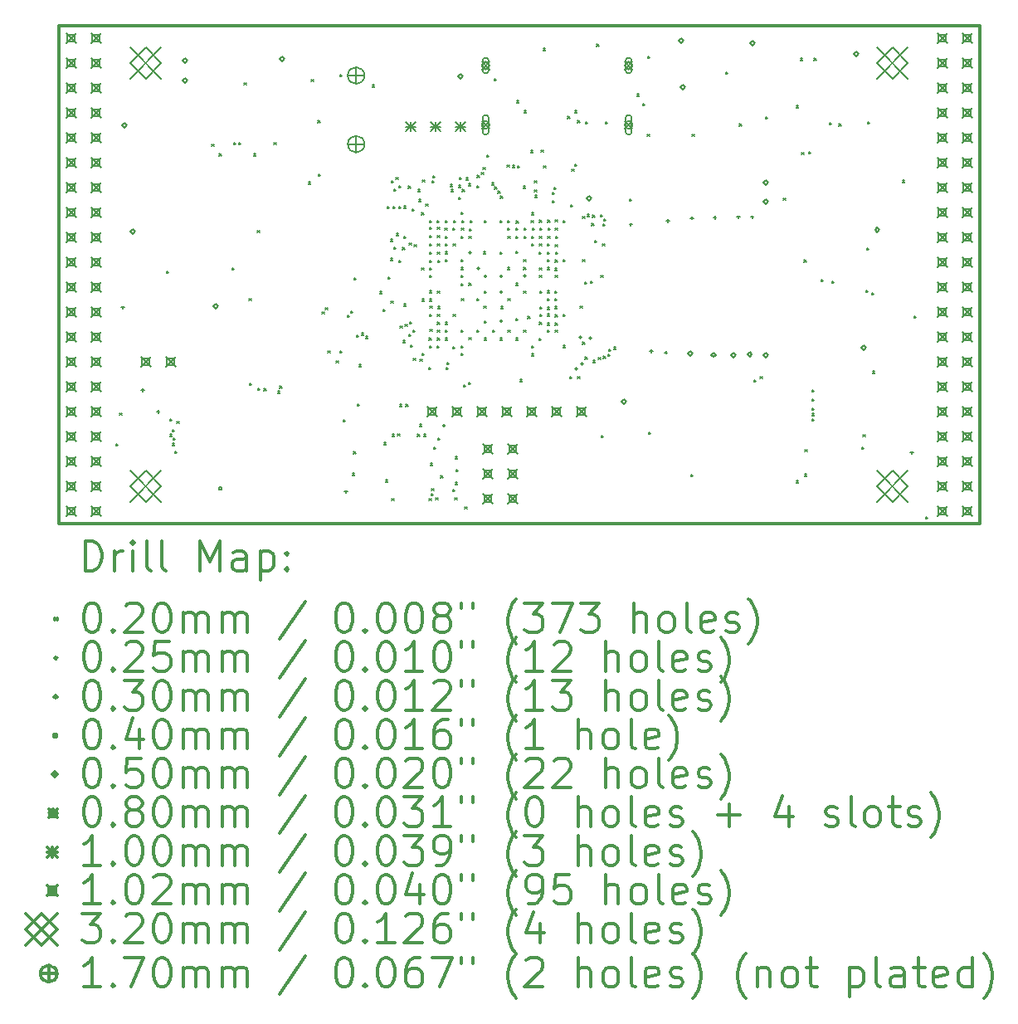
<source format=gbr>
%FSLAX45Y45*%
G04 Gerber Fmt 4.5, Leading zero omitted, Abs format (unit mm)*
G04 Created by KiCad (PCBNEW 5.0.0-rc2-dev-unknown+dfsg1+20180318-2) date Wed Apr 18 14:44:31 2018*
%MOMM*%
%LPD*%
G01*
G04 APERTURE LIST*
%ADD10C,0.300000*%
%ADD11C,0.200000*%
G04 APERTURE END LIST*
D10*
X9410000Y-6142000D02*
X9410000Y-11222000D01*
X18808000Y-6142000D02*
X9410000Y-6142000D01*
X18808000Y-11222000D02*
X18808000Y-6142000D01*
X9410000Y-11222000D02*
X18808000Y-11222000D01*
D11*
X9998000Y-10410000D02*
X10018000Y-10430000D01*
X10018000Y-10410000D02*
X9998000Y-10430000D01*
X10035000Y-10094400D02*
X10055000Y-10114400D01*
X10055000Y-10094400D02*
X10035000Y-10114400D01*
X10514501Y-8649556D02*
X10534501Y-8669556D01*
X10534501Y-8649556D02*
X10514501Y-8669556D01*
X10545314Y-10310867D02*
X10565314Y-10330867D01*
X10565314Y-10310867D02*
X10545314Y-10330867D01*
X10547276Y-10156132D02*
X10567276Y-10176132D01*
X10567276Y-10156132D02*
X10547276Y-10176132D01*
X10574100Y-10266721D02*
X10594100Y-10286721D01*
X10594100Y-10266721D02*
X10574100Y-10286721D01*
X10574777Y-10403885D02*
X10594777Y-10423885D01*
X10594777Y-10403885D02*
X10574777Y-10423885D01*
X10579048Y-10351357D02*
X10599048Y-10371357D01*
X10599048Y-10351357D02*
X10579048Y-10371357D01*
X10598875Y-10487404D02*
X10618875Y-10507404D01*
X10618875Y-10487404D02*
X10598875Y-10507404D01*
X10617613Y-10179347D02*
X10637613Y-10199347D01*
X10637613Y-10179347D02*
X10617613Y-10199347D01*
X10974000Y-7352000D02*
X10994000Y-7372000D01*
X10994000Y-7352000D02*
X10974000Y-7372000D01*
X11049908Y-7448938D02*
X11069908Y-7468938D01*
X11069908Y-7448938D02*
X11049908Y-7468938D01*
X11179522Y-8615379D02*
X11199522Y-8635379D01*
X11199522Y-8615379D02*
X11179522Y-8635379D01*
X11197485Y-7337442D02*
X11217485Y-7357442D01*
X11217485Y-7337442D02*
X11197485Y-7357442D01*
X11251427Y-7337442D02*
X11271427Y-7357442D01*
X11271427Y-7337442D02*
X11251427Y-7357442D01*
X11305725Y-6724363D02*
X11325725Y-6744363D01*
X11325725Y-6724363D02*
X11305725Y-6744363D01*
X11356061Y-8927572D02*
X11376061Y-8947572D01*
X11376061Y-8927572D02*
X11356061Y-8947572D01*
X11360000Y-9792000D02*
X11380000Y-9812000D01*
X11380000Y-9792000D02*
X11360000Y-9812000D01*
X11400408Y-7451220D02*
X11420408Y-7471220D01*
X11420408Y-7451220D02*
X11400408Y-7471220D01*
X11441393Y-8230943D02*
X11461393Y-8250943D01*
X11461393Y-8230943D02*
X11441393Y-8250943D01*
X11446099Y-9843956D02*
X11466099Y-9863956D01*
X11466099Y-9843956D02*
X11446099Y-9863956D01*
X11509063Y-9847239D02*
X11529063Y-9867239D01*
X11529063Y-9847239D02*
X11509063Y-9867239D01*
X11609800Y-7337442D02*
X11629800Y-7357442D01*
X11629800Y-7337442D02*
X11609800Y-7357442D01*
X11646959Y-9872885D02*
X11666959Y-9892885D01*
X11666959Y-9872885D02*
X11646959Y-9892885D01*
X11670000Y-9822000D02*
X11690000Y-9842000D01*
X11690000Y-9822000D02*
X11670000Y-9842000D01*
X11959215Y-7739412D02*
X11979215Y-7759412D01*
X11979215Y-7739412D02*
X11959215Y-7759412D01*
X11990800Y-6690800D02*
X12010800Y-6710800D01*
X12010800Y-6690800D02*
X11990800Y-6710800D01*
X12056498Y-7112736D02*
X12076498Y-7132736D01*
X12076498Y-7112736D02*
X12056498Y-7132736D01*
X12063993Y-7659408D02*
X12083993Y-7679408D01*
X12083993Y-7659408D02*
X12063993Y-7679408D01*
X12098833Y-9065379D02*
X12118833Y-9085379D01*
X12118833Y-9065379D02*
X12098833Y-9085379D01*
X12133122Y-9021159D02*
X12153122Y-9041159D01*
X12153122Y-9021159D02*
X12133122Y-9041159D01*
X12158748Y-9461825D02*
X12178748Y-9481825D01*
X12178748Y-9461825D02*
X12158748Y-9481825D01*
X12242792Y-9562590D02*
X12262792Y-9582590D01*
X12262792Y-9562590D02*
X12242792Y-9582590D01*
X12282618Y-6643232D02*
X12302618Y-6663232D01*
X12302618Y-6643232D02*
X12282618Y-6663232D01*
X12283265Y-9462436D02*
X12303265Y-9482436D01*
X12303265Y-9462436D02*
X12283265Y-9482436D01*
X12317388Y-10161592D02*
X12337388Y-10181592D01*
X12337388Y-10161592D02*
X12317388Y-10181592D01*
X12360966Y-9096472D02*
X12380966Y-9116472D01*
X12380966Y-9096472D02*
X12360966Y-9116472D01*
X12391502Y-9053519D02*
X12411502Y-9073519D01*
X12411502Y-9053519D02*
X12391502Y-9073519D01*
X12410242Y-10710764D02*
X12430242Y-10730764D01*
X12430242Y-10710764D02*
X12410242Y-10730764D01*
X12422216Y-10490236D02*
X12442216Y-10510236D01*
X12442216Y-10490236D02*
X12422216Y-10510236D01*
X12426118Y-8717437D02*
X12446118Y-8737437D01*
X12446118Y-8717437D02*
X12426118Y-8737437D01*
X12426118Y-8717437D02*
X12446118Y-8737437D01*
X12446118Y-8717437D02*
X12426118Y-8737437D01*
X12453269Y-9302035D02*
X12473269Y-9322035D01*
X12473269Y-9302035D02*
X12453269Y-9322035D01*
X12460744Y-10002698D02*
X12480744Y-10022698D01*
X12480744Y-10002698D02*
X12460744Y-10022698D01*
X12474902Y-9600287D02*
X12494902Y-9620287D01*
X12494902Y-9600287D02*
X12474902Y-9620287D01*
X12501033Y-9279764D02*
X12521033Y-9299764D01*
X12521033Y-9279764D02*
X12501033Y-9299764D01*
X12542510Y-9313676D02*
X12562510Y-9333676D01*
X12562510Y-9313676D02*
X12542510Y-9333676D01*
X12610450Y-6748537D02*
X12630450Y-6768537D01*
X12630450Y-6748537D02*
X12610450Y-6768537D01*
X12687018Y-8855931D02*
X12707018Y-8875931D01*
X12707018Y-8855931D02*
X12687018Y-8875931D01*
X12720111Y-9035435D02*
X12740111Y-9055435D01*
X12740111Y-9035435D02*
X12720111Y-9055435D01*
X12731909Y-10397773D02*
X12751909Y-10417773D01*
X12751909Y-10397773D02*
X12731909Y-10417773D01*
X12748660Y-10777504D02*
X12768660Y-10797504D01*
X12768660Y-10777504D02*
X12748660Y-10797504D01*
X12764988Y-7989114D02*
X12784988Y-8009114D01*
X12784988Y-7989114D02*
X12764988Y-8009114D01*
X12771035Y-8708207D02*
X12791035Y-8728207D01*
X12791035Y-8708207D02*
X12771035Y-8728207D01*
X12796207Y-8322888D02*
X12816207Y-8342888D01*
X12816207Y-8322888D02*
X12796207Y-8342888D01*
X12799179Y-8517702D02*
X12819179Y-8537702D01*
X12819179Y-8517702D02*
X12799179Y-8537702D01*
X12803679Y-8951152D02*
X12823679Y-8971152D01*
X12823679Y-8951152D02*
X12803679Y-8971152D01*
X12805201Y-7723267D02*
X12825201Y-7743267D01*
X12825201Y-7723267D02*
X12805201Y-7743267D01*
X12811634Y-10966034D02*
X12831634Y-10986034D01*
X12831634Y-10966034D02*
X12811634Y-10986034D01*
X12814780Y-10310898D02*
X12834780Y-10330898D01*
X12834780Y-10310898D02*
X12814780Y-10330898D01*
X12822879Y-7985310D02*
X12842879Y-8005310D01*
X12842879Y-7985310D02*
X12822879Y-8005310D01*
X12834680Y-7807951D02*
X12854680Y-7827951D01*
X12854680Y-7807951D02*
X12834680Y-7827951D01*
X12835268Y-8401687D02*
X12855268Y-8421687D01*
X12855268Y-8401687D02*
X12835268Y-8421687D01*
X12854493Y-7691566D02*
X12874493Y-7711566D01*
X12874493Y-7691566D02*
X12854493Y-7711566D01*
X12859178Y-8263722D02*
X12879178Y-8283722D01*
X12879178Y-8263722D02*
X12859178Y-8283722D01*
X12870682Y-10308590D02*
X12890682Y-10328590D01*
X12890682Y-10308590D02*
X12870682Y-10328590D01*
X12880857Y-7988548D02*
X12900857Y-8008548D01*
X12900857Y-7988548D02*
X12880857Y-8008548D01*
X12881301Y-8540585D02*
X12901301Y-8560585D01*
X12901301Y-8540585D02*
X12881301Y-8560585D01*
X12886175Y-7777882D02*
X12906175Y-7797882D01*
X12906175Y-7777882D02*
X12886175Y-7797882D01*
X12890520Y-10007480D02*
X12910520Y-10027480D01*
X12910520Y-10007480D02*
X12890520Y-10027480D01*
X12895573Y-9206272D02*
X12915573Y-9226272D01*
X12915573Y-9206272D02*
X12895573Y-9226272D01*
X12920256Y-8405350D02*
X12940256Y-8425350D01*
X12940256Y-8405350D02*
X12920256Y-8425350D01*
X12926203Y-9354578D02*
X12946203Y-9374578D01*
X12946203Y-9354578D02*
X12926203Y-9374578D01*
X12933760Y-7984679D02*
X12953760Y-8004679D01*
X12953760Y-7984679D02*
X12933760Y-8004679D01*
X12934924Y-8983794D02*
X12954924Y-9003794D01*
X12954924Y-8983794D02*
X12934924Y-9003794D01*
X12935809Y-8290406D02*
X12955809Y-8310406D01*
X12955809Y-8290406D02*
X12935809Y-8310406D01*
X12946857Y-9190566D02*
X12966857Y-9210566D01*
X12966857Y-9190566D02*
X12946857Y-9210566D01*
X12956000Y-10005500D02*
X12976000Y-10025500D01*
X12976000Y-10005500D02*
X12956000Y-10025500D01*
X12982095Y-7781082D02*
X13002095Y-7801082D01*
X13002095Y-7781082D02*
X12982095Y-7801082D01*
X12987271Y-9293510D02*
X13007271Y-9313510D01*
X13007271Y-9293510D02*
X12987271Y-9313510D01*
X12989202Y-8359151D02*
X13009202Y-8379151D01*
X13009202Y-8359151D02*
X12989202Y-8379151D01*
X12991955Y-9163298D02*
X13011955Y-9183298D01*
X13011955Y-9163298D02*
X12991955Y-9183298D01*
X13002337Y-9402267D02*
X13022337Y-9422267D01*
X13022337Y-9402267D02*
X13002337Y-9422267D01*
X13017215Y-8013821D02*
X13037215Y-8033821D01*
X13037215Y-8013821D02*
X13017215Y-8033821D01*
X13028454Y-9248473D02*
X13048454Y-9268473D01*
X13048454Y-9248473D02*
X13028454Y-9268473D01*
X13032200Y-9535600D02*
X13052200Y-9555600D01*
X13052200Y-9535600D02*
X13032200Y-9555600D01*
X13038793Y-8376986D02*
X13058793Y-8396986D01*
X13058793Y-8376986D02*
X13038793Y-8396986D01*
X13073948Y-10310899D02*
X13093948Y-10330899D01*
X13093948Y-10310899D02*
X13073948Y-10330899D01*
X13077859Y-7815329D02*
X13097859Y-7835329D01*
X13097859Y-7815329D02*
X13077859Y-7835329D01*
X13085264Y-7914901D02*
X13105264Y-7934901D01*
X13105264Y-7914901D02*
X13085264Y-7934901D01*
X13093907Y-10208700D02*
X13113907Y-10228700D01*
X13113907Y-10208700D02*
X13093907Y-10228700D01*
X13098471Y-9546418D02*
X13118471Y-9566418D01*
X13118471Y-9546418D02*
X13098471Y-9566418D01*
X13116430Y-8612711D02*
X13136430Y-8632711D01*
X13136430Y-8612711D02*
X13116430Y-8632711D01*
X13116518Y-8052178D02*
X13136518Y-8072178D01*
X13136518Y-8052178D02*
X13116518Y-8072178D01*
X13117950Y-8930733D02*
X13137950Y-8950733D01*
X13137950Y-8930733D02*
X13117950Y-8950733D01*
X13121616Y-9485914D02*
X13141616Y-9505914D01*
X13141616Y-9485914D02*
X13121616Y-9505914D01*
X13125345Y-7716470D02*
X13145345Y-7736470D01*
X13145345Y-7716470D02*
X13125345Y-7736470D01*
X13135385Y-10310829D02*
X13155385Y-10330829D01*
X13155385Y-10310829D02*
X13135385Y-10330829D01*
X13157757Y-7959799D02*
X13177757Y-7979799D01*
X13177757Y-7959799D02*
X13157757Y-7979799D01*
X13188633Y-9630479D02*
X13208633Y-9650479D01*
X13208633Y-9630479D02*
X13188633Y-9650479D01*
X13192441Y-10966678D02*
X13212441Y-10986678D01*
X13212441Y-10966678D02*
X13192441Y-10986678D01*
X13193199Y-9330000D02*
X13213199Y-9350000D01*
X13213199Y-9330000D02*
X13193199Y-9350000D01*
X13197562Y-8931064D02*
X13217562Y-8951064D01*
X13217562Y-8931064D02*
X13197562Y-8951064D01*
X13197734Y-9090201D02*
X13217734Y-9110201D01*
X13217734Y-9090201D02*
X13197734Y-9110201D01*
X13197902Y-8284734D02*
X13217902Y-8304734D01*
X13217902Y-8284734D02*
X13197902Y-8304734D01*
X13197999Y-8200333D02*
X13217999Y-8220333D01*
X13217999Y-8200333D02*
X13197999Y-8220333D01*
X13198000Y-8690000D02*
X13218000Y-8710000D01*
X13218000Y-8690000D02*
X13198000Y-8710000D01*
X13198000Y-9410000D02*
X13218000Y-9430000D01*
X13218000Y-9410000D02*
X13198000Y-9430000D01*
X13198303Y-8616041D02*
X13218303Y-8636041D01*
X13218303Y-8616041D02*
X13198303Y-8636041D01*
X13198368Y-8369136D02*
X13218368Y-8389136D01*
X13218368Y-8369136D02*
X13198368Y-8389136D01*
X13198405Y-8845827D02*
X13218405Y-8865827D01*
X13218405Y-8845827D02*
X13198405Y-8865827D01*
X13198801Y-8130801D02*
X13218801Y-8150801D01*
X13218801Y-8130801D02*
X13198801Y-8150801D01*
X13198979Y-8537938D02*
X13218979Y-8557938D01*
X13218979Y-8537938D02*
X13198979Y-8557938D01*
X13199289Y-8453537D02*
X13219289Y-8473537D01*
X13219289Y-8453537D02*
X13199289Y-8473537D01*
X13200000Y-9005799D02*
X13220000Y-9025799D01*
X13220000Y-9005799D02*
X13200000Y-9025799D01*
X13201075Y-9242748D02*
X13221075Y-9262748D01*
X13221075Y-9242748D02*
X13201075Y-9262748D01*
X13206286Y-10608587D02*
X13226286Y-10628587D01*
X13226286Y-10608587D02*
X13206286Y-10628587D01*
X13211973Y-10917729D02*
X13231973Y-10937729D01*
X13231973Y-10917729D02*
X13211973Y-10937729D01*
X13218587Y-10865445D02*
X13238587Y-10885445D01*
X13238587Y-10865445D02*
X13218587Y-10885445D01*
X13220903Y-7724256D02*
X13240903Y-7744256D01*
X13240903Y-7724256D02*
X13220903Y-7744256D01*
X13232873Y-7672932D02*
X13252873Y-7692932D01*
X13252873Y-7672932D02*
X13232873Y-7692932D01*
X13236800Y-10440341D02*
X13256800Y-10460341D01*
X13256800Y-10440341D02*
X13236800Y-10460341D01*
X13260800Y-10958000D02*
X13280800Y-10978000D01*
X13280800Y-10958000D02*
X13260800Y-10978000D01*
X13272048Y-8130098D02*
X13292048Y-8150098D01*
X13292048Y-8130098D02*
X13272048Y-8150098D01*
X13274623Y-9409707D02*
X13294623Y-9429707D01*
X13294623Y-9409707D02*
X13274623Y-9429707D01*
X13277261Y-8284735D02*
X13297261Y-8304735D01*
X13297261Y-8284735D02*
X13277261Y-8304735D01*
X13278000Y-8200334D02*
X13298000Y-8220334D01*
X13298000Y-8200334D02*
X13278000Y-8220334D01*
X13278000Y-8850000D02*
X13298000Y-8870000D01*
X13298000Y-8850000D02*
X13278000Y-8870000D01*
X13278000Y-9090000D02*
X13298000Y-9110000D01*
X13298000Y-9090000D02*
X13278000Y-9110000D01*
X13278000Y-9170000D02*
X13298000Y-9190000D01*
X13298000Y-9170000D02*
X13278000Y-9190000D01*
X13278000Y-9250000D02*
X13298000Y-9270000D01*
X13298000Y-9250000D02*
X13278000Y-9270000D01*
X13278000Y-9330000D02*
X13298000Y-9350000D01*
X13298000Y-9330000D02*
X13278000Y-9350000D01*
X13278175Y-8369136D02*
X13298175Y-8389136D01*
X13298175Y-8369136D02*
X13278175Y-8389136D01*
X13278218Y-8453537D02*
X13298218Y-8473537D01*
X13298218Y-8453537D02*
X13278218Y-8473537D01*
X13279688Y-8536938D02*
X13299688Y-8556938D01*
X13299688Y-8536938D02*
X13279688Y-8556938D01*
X13280000Y-9008000D02*
X13300000Y-9028000D01*
X13300000Y-9008000D02*
X13280000Y-9028000D01*
X13282849Y-10350134D02*
X13302849Y-10370134D01*
X13302849Y-10350134D02*
X13282849Y-10370134D01*
X13311600Y-10736500D02*
X13331600Y-10756500D01*
X13331600Y-10736500D02*
X13311600Y-10756500D01*
X13354839Y-8209060D02*
X13374839Y-8229060D01*
X13374839Y-8209060D02*
X13354839Y-8229060D01*
X13356449Y-8131468D02*
X13376449Y-8151468D01*
X13376449Y-8131468D02*
X13356449Y-8151468D01*
X13357194Y-8449520D02*
X13377194Y-8469520D01*
X13377194Y-8449520D02*
X13357194Y-8469520D01*
X13358000Y-8290000D02*
X13378000Y-8310000D01*
X13378000Y-8290000D02*
X13358000Y-8310000D01*
X13358000Y-8370000D02*
X13378000Y-8390000D01*
X13378000Y-8370000D02*
X13358000Y-8390000D01*
X13358000Y-8530000D02*
X13378000Y-8550000D01*
X13378000Y-8530000D02*
X13358000Y-8550000D01*
X13358000Y-9170000D02*
X13378000Y-9190000D01*
X13378000Y-9170000D02*
X13358000Y-9190000D01*
X13358000Y-9250000D02*
X13378000Y-9270000D01*
X13378000Y-9250000D02*
X13358000Y-9270000D01*
X13358548Y-9330230D02*
X13378548Y-9350230D01*
X13378548Y-9330230D02*
X13358548Y-9350230D01*
X13366285Y-9629515D02*
X13386285Y-9649515D01*
X13386285Y-9629515D02*
X13366285Y-9649515D01*
X13375239Y-9577580D02*
X13395239Y-9597580D01*
X13395239Y-9577580D02*
X13375239Y-9597580D01*
X13407730Y-7762109D02*
X13427730Y-7782109D01*
X13427730Y-7762109D02*
X13407730Y-7782109D01*
X13415018Y-7815381D02*
X13435018Y-7835381D01*
X13435018Y-7815381D02*
X13415018Y-7835381D01*
X13433398Y-8208015D02*
X13453398Y-8228015D01*
X13453398Y-8208015D02*
X13433398Y-8228015D01*
X13435582Y-9416717D02*
X13455582Y-9436717D01*
X13455582Y-9416717D02*
X13435582Y-9436717D01*
X13436400Y-10874197D02*
X13456400Y-10894197D01*
X13456400Y-10874197D02*
X13436400Y-10894197D01*
X13438000Y-8370000D02*
X13458000Y-8390000D01*
X13458000Y-8370000D02*
X13438000Y-8390000D01*
X13438000Y-9090000D02*
X13458000Y-9110000D01*
X13458000Y-9090000D02*
X13438000Y-9110000D01*
X13440850Y-8130675D02*
X13460850Y-8150675D01*
X13460850Y-8130675D02*
X13440850Y-8150675D01*
X13453687Y-10961995D02*
X13473687Y-10981995D01*
X13473687Y-10961995D02*
X13453687Y-10981995D01*
X13457587Y-10803159D02*
X13477587Y-10823159D01*
X13477587Y-10803159D02*
X13457587Y-10823159D01*
X13460735Y-10540845D02*
X13480735Y-10560845D01*
X13480735Y-10540845D02*
X13460735Y-10560845D01*
X13465065Y-10671051D02*
X13485065Y-10691051D01*
X13485065Y-10671051D02*
X13465065Y-10691051D01*
X13492132Y-7892495D02*
X13512132Y-7912495D01*
X13512132Y-7892495D02*
X13492132Y-7912495D01*
X13493478Y-7773120D02*
X13513478Y-7793120D01*
X13513478Y-7773120D02*
X13493478Y-7793120D01*
X13503206Y-7688719D02*
X13523206Y-7708719D01*
X13523206Y-7688719D02*
X13503206Y-7708719D01*
X13517939Y-8774646D02*
X13537939Y-8794646D01*
X13537939Y-8774646D02*
X13517939Y-8794646D01*
X13518000Y-8292201D02*
X13538000Y-8312201D01*
X13538000Y-8292201D02*
X13518000Y-8312201D01*
X13518000Y-8530000D02*
X13538000Y-8550000D01*
X13538000Y-8530000D02*
X13518000Y-8550000D01*
X13518000Y-8610000D02*
X13538000Y-8630000D01*
X13538000Y-8610000D02*
X13518000Y-8630000D01*
X13518000Y-8690000D02*
X13538000Y-8710000D01*
X13538000Y-8690000D02*
X13518000Y-8710000D01*
X13518000Y-9250000D02*
X13538000Y-9270000D01*
X13538000Y-9250000D02*
X13518000Y-9270000D01*
X13518128Y-8048312D02*
X13538128Y-8068312D01*
X13538128Y-8048312D02*
X13518128Y-8068312D01*
X13518463Y-9488530D02*
X13538463Y-9508530D01*
X13538463Y-9488530D02*
X13518463Y-9508530D01*
X13518862Y-9412562D02*
X13538862Y-9432562D01*
X13538862Y-9412562D02*
X13518862Y-9432562D01*
X13521538Y-8209385D02*
X13541538Y-8229385D01*
X13541538Y-8209385D02*
X13521538Y-8229385D01*
X13524276Y-8928163D02*
X13544276Y-8948163D01*
X13544276Y-8928163D02*
X13524276Y-8948163D01*
X13525957Y-8129544D02*
X13545957Y-8149544D01*
X13545957Y-8129544D02*
X13525957Y-8149544D01*
X13531439Y-7812965D02*
X13551439Y-7832965D01*
X13551439Y-7812965D02*
X13531439Y-7832965D01*
X13541702Y-9806717D02*
X13561702Y-9826717D01*
X13561702Y-9806717D02*
X13541702Y-9826717D01*
X13555656Y-11051071D02*
X13575656Y-11071071D01*
X13575656Y-11051071D02*
X13555656Y-11071071D01*
X13567853Y-7696975D02*
X13587853Y-7716975D01*
X13587853Y-7696975D02*
X13567853Y-7716975D01*
X13592822Y-9782273D02*
X13612822Y-9802273D01*
X13612822Y-9782273D02*
X13592822Y-9802273D01*
X13595059Y-7754447D02*
X13615059Y-7774447D01*
X13615059Y-7754447D02*
X13595059Y-7774447D01*
X13598000Y-8290000D02*
X13618000Y-8310000D01*
X13618000Y-8290000D02*
X13598000Y-8310000D01*
X13598000Y-8770000D02*
X13618000Y-8790000D01*
X13618000Y-8770000D02*
X13598000Y-8790000D01*
X13599596Y-9326965D02*
X13619596Y-9346965D01*
X13619596Y-9326965D02*
X13599596Y-9346965D01*
X13602455Y-8216004D02*
X13622455Y-8236004D01*
X13622455Y-8216004D02*
X13602455Y-8236004D01*
X13613334Y-8133723D02*
X13633334Y-8153723D01*
X13633334Y-8133723D02*
X13613334Y-8153723D01*
X13678000Y-8930000D02*
X13698000Y-8950000D01*
X13698000Y-8930000D02*
X13678000Y-8950000D01*
X13678000Y-9250000D02*
X13698000Y-9270000D01*
X13698000Y-9250000D02*
X13678000Y-9270000D01*
X13679461Y-7776107D02*
X13699461Y-7796107D01*
X13699461Y-7776107D02*
X13679461Y-7796107D01*
X13683955Y-7670371D02*
X13703955Y-7690371D01*
X13703955Y-7670371D02*
X13683955Y-7690371D01*
X13725810Y-7638347D02*
X13745810Y-7658347D01*
X13745810Y-7638347D02*
X13725810Y-7658347D01*
X13742850Y-7588477D02*
X13762850Y-7608477D01*
X13762850Y-7588477D02*
X13742850Y-7608477D01*
X13745078Y-8447729D02*
X13765078Y-8467729D01*
X13765078Y-8447729D02*
X13745078Y-8467729D01*
X13752489Y-9002290D02*
X13772489Y-9022290D01*
X13772489Y-9002290D02*
X13752489Y-9022290D01*
X13755905Y-9153803D02*
X13775905Y-9173803D01*
X13775905Y-9153803D02*
X13755905Y-9173803D01*
X13758000Y-8130000D02*
X13778000Y-8150000D01*
X13778000Y-8130000D02*
X13758000Y-8150000D01*
X13758000Y-8850000D02*
X13778000Y-8870000D01*
X13778000Y-8850000D02*
X13758000Y-8870000D01*
X13758000Y-9330000D02*
X13778000Y-9350000D01*
X13778000Y-9330000D02*
X13758000Y-9350000D01*
X13782524Y-7463957D02*
X13802524Y-7483957D01*
X13802524Y-7463957D02*
X13782524Y-7483957D01*
X13830592Y-7745154D02*
X13850592Y-7765154D01*
X13850592Y-7745154D02*
X13830592Y-7765154D01*
X13838000Y-9250000D02*
X13858000Y-9270000D01*
X13858000Y-9250000D02*
X13838000Y-9270000D01*
X13855369Y-6683225D02*
X13875369Y-6703225D01*
X13875369Y-6683225D02*
X13855369Y-6703225D01*
X13862293Y-7788159D02*
X13882293Y-7808159D01*
X13882293Y-7788159D02*
X13862293Y-7808159D01*
X13893994Y-7831909D02*
X13913994Y-7851909D01*
X13913994Y-7831909D02*
X13893994Y-7851909D01*
X13917252Y-8451135D02*
X13937252Y-8471135D01*
X13937252Y-8451135D02*
X13917252Y-8471135D01*
X13918000Y-8130000D02*
X13938000Y-8150000D01*
X13938000Y-8130000D02*
X13918000Y-8150000D01*
X13918000Y-9330000D02*
X13938000Y-9350000D01*
X13938000Y-9330000D02*
X13918000Y-9350000D01*
X13921466Y-7881869D02*
X13941466Y-7901869D01*
X13941466Y-7881869D02*
X13921466Y-7901869D01*
X13922232Y-9006404D02*
X13942232Y-9026404D01*
X13942232Y-9006404D02*
X13922232Y-9026404D01*
X13989274Y-7564800D02*
X14009274Y-7584800D01*
X14009274Y-7564800D02*
X13989274Y-7584800D01*
X13991460Y-8609297D02*
X14011460Y-8629297D01*
X14011460Y-8609297D02*
X13991460Y-8629297D01*
X13992898Y-8130000D02*
X14012898Y-8150000D01*
X14012898Y-8130000D02*
X13992898Y-8150000D01*
X13992898Y-8210000D02*
X14012898Y-8230000D01*
X14012898Y-8210000D02*
X13992898Y-8230000D01*
X13996000Y-8292000D02*
X14016000Y-8312000D01*
X14016000Y-8292000D02*
X13996000Y-8312000D01*
X13998000Y-8930000D02*
X14018000Y-8950000D01*
X14018000Y-8930000D02*
X13998000Y-8950000D01*
X13998000Y-9250000D02*
X14018000Y-9270000D01*
X14018000Y-9250000D02*
X13998000Y-9270000D01*
X14041773Y-7569399D02*
X14061773Y-7589399D01*
X14061773Y-7569399D02*
X14041773Y-7589399D01*
X14076133Y-8294127D02*
X14096133Y-8314127D01*
X14096133Y-8294127D02*
X14076133Y-8314127D01*
X14077299Y-8207716D02*
X14097299Y-8227716D01*
X14097299Y-8207716D02*
X14077299Y-8227716D01*
X14077419Y-9133335D02*
X14097419Y-9153335D01*
X14097419Y-9133335D02*
X14077419Y-9153335D01*
X14077693Y-8445254D02*
X14097693Y-8465254D01*
X14097693Y-8445254D02*
X14077693Y-8465254D01*
X14078000Y-9330000D02*
X14098000Y-9350000D01*
X14098000Y-9330000D02*
X14078000Y-9350000D01*
X14079623Y-8771623D02*
X14099623Y-8791623D01*
X14099623Y-8771623D02*
X14079623Y-8791623D01*
X14082264Y-8134744D02*
X14102264Y-8154744D01*
X14102264Y-8134744D02*
X14082264Y-8154744D01*
X14083603Y-6907871D02*
X14103603Y-6927871D01*
X14103603Y-6907871D02*
X14083603Y-6927871D01*
X14094211Y-7574661D02*
X14114211Y-7594661D01*
X14114211Y-7574661D02*
X14094211Y-7594661D01*
X14118066Y-9754201D02*
X14138066Y-9774201D01*
X14138066Y-9754201D02*
X14118066Y-9774201D01*
X14152481Y-7781450D02*
X14172481Y-7801450D01*
X14172481Y-7781450D02*
X14152481Y-7801450D01*
X14158000Y-8530000D02*
X14178000Y-8550000D01*
X14178000Y-8530000D02*
X14158000Y-8550000D01*
X14158000Y-8610000D02*
X14178000Y-8630000D01*
X14178000Y-8610000D02*
X14158000Y-8630000D01*
X14158000Y-8850000D02*
X14178000Y-8870000D01*
X14178000Y-8850000D02*
X14158000Y-8870000D01*
X14158000Y-9250000D02*
X14178000Y-9270000D01*
X14178000Y-9250000D02*
X14158000Y-9270000D01*
X14162701Y-8209494D02*
X14182701Y-8229494D01*
X14182701Y-8209494D02*
X14162701Y-8229494D01*
X14162701Y-8289887D02*
X14182701Y-8309887D01*
X14182701Y-8289887D02*
X14162701Y-8309887D01*
X14164000Y-7010100D02*
X14184000Y-7030100D01*
X14184000Y-7010100D02*
X14164000Y-7030100D01*
X14200722Y-9110102D02*
X14220722Y-9130102D01*
X14220722Y-9110102D02*
X14200722Y-9130102D01*
X14231885Y-7415796D02*
X14251885Y-7435796D01*
X14251885Y-7415796D02*
X14231885Y-7435796D01*
X14235032Y-8132000D02*
X14255032Y-8152000D01*
X14255032Y-8132000D02*
X14235032Y-8152000D01*
X14236000Y-8052000D02*
X14256000Y-8072000D01*
X14256000Y-8052000D02*
X14236000Y-8072000D01*
X14236000Y-8292000D02*
X14256000Y-8312000D01*
X14256000Y-8292000D02*
X14236000Y-8312000D01*
X14238000Y-8370000D02*
X14258000Y-8390000D01*
X14258000Y-8370000D02*
X14238000Y-8390000D01*
X14238000Y-9410000D02*
X14258000Y-9430000D01*
X14258000Y-9410000D02*
X14238000Y-9430000D01*
X14238000Y-9490000D02*
X14258000Y-9510000D01*
X14258000Y-9490000D02*
X14238000Y-9510000D01*
X14247102Y-8210435D02*
X14267102Y-8230435D01*
X14267102Y-8210435D02*
X14247102Y-8230435D01*
X14268441Y-7818307D02*
X14288441Y-7838307D01*
X14288441Y-7818307D02*
X14268441Y-7838307D01*
X14268583Y-7724192D02*
X14288583Y-7744192D01*
X14288583Y-7724192D02*
X14268583Y-7744192D01*
X14271130Y-7874603D02*
X14291130Y-7894603D01*
X14291130Y-7874603D02*
X14271130Y-7894603D01*
X14316000Y-8452000D02*
X14336000Y-8472000D01*
X14336000Y-8452000D02*
X14316000Y-8472000D01*
X14316969Y-9331491D02*
X14336969Y-9351491D01*
X14336969Y-9331491D02*
X14316969Y-9351491D01*
X14318000Y-8370000D02*
X14338000Y-8390000D01*
X14338000Y-8370000D02*
X14318000Y-8390000D01*
X14318000Y-8690000D02*
X14338000Y-8710000D01*
X14338000Y-8690000D02*
X14318000Y-8710000D01*
X14318000Y-9170000D02*
X14338000Y-9190000D01*
X14338000Y-9170000D02*
X14318000Y-9190000D01*
X14318740Y-8294201D02*
X14338740Y-8314201D01*
X14338740Y-8294201D02*
X14318740Y-8314201D01*
X14319433Y-8127729D02*
X14339433Y-8147729D01*
X14339433Y-8127729D02*
X14319433Y-8147729D01*
X14320000Y-8612000D02*
X14340000Y-8632000D01*
X14340000Y-8612000D02*
X14320000Y-8632000D01*
X14322201Y-8849503D02*
X14342201Y-8869503D01*
X14342201Y-8849503D02*
X14322201Y-8869503D01*
X14322201Y-9010195D02*
X14342201Y-9030195D01*
X14342201Y-9010195D02*
X14322201Y-9030195D01*
X14322201Y-9090066D02*
X14342201Y-9110066D01*
X14342201Y-9090066D02*
X14322201Y-9110066D01*
X14323265Y-8209799D02*
X14343265Y-8229799D01*
X14343265Y-8209799D02*
X14323265Y-8229799D01*
X14335701Y-7411913D02*
X14355701Y-7431913D01*
X14355701Y-7411913D02*
X14335701Y-7431913D01*
X14355067Y-6376252D02*
X14375067Y-6396252D01*
X14375067Y-6376252D02*
X14355067Y-6396252D01*
X14360888Y-7571730D02*
X14380888Y-7591730D01*
X14380888Y-7571730D02*
X14360888Y-7591730D01*
X14396483Y-9177765D02*
X14416483Y-9197765D01*
X14416483Y-9177765D02*
X14396483Y-9197765D01*
X14397624Y-8929530D02*
X14417624Y-8949530D01*
X14417624Y-8929530D02*
X14397624Y-8949530D01*
X14397701Y-9016697D02*
X14417701Y-9036697D01*
X14417701Y-9016697D02*
X14397701Y-9036697D01*
X14398000Y-8610000D02*
X14418000Y-8630000D01*
X14418000Y-8610000D02*
X14398000Y-8630000D01*
X14398000Y-9085650D02*
X14418000Y-9105650D01*
X14418000Y-9085650D02*
X14398000Y-9105650D01*
X14398283Y-8848451D02*
X14418283Y-8868451D01*
X14418283Y-8848451D02*
X14398283Y-8868451D01*
X14400201Y-8529722D02*
X14420201Y-8549722D01*
X14420201Y-8529722D02*
X14400201Y-8549722D01*
X14400319Y-8367799D02*
X14420319Y-8387799D01*
X14420319Y-8367799D02*
X14400319Y-8387799D01*
X14400350Y-8456040D02*
X14420350Y-8476040D01*
X14420350Y-8456040D02*
X14400350Y-8476040D01*
X14401325Y-9248876D02*
X14421325Y-9268876D01*
X14421325Y-9248876D02*
X14401325Y-9268876D01*
X14403141Y-8290000D02*
X14423141Y-8310000D01*
X14423141Y-8290000D02*
X14403141Y-8310000D01*
X14403835Y-8128377D02*
X14423835Y-8148377D01*
X14423835Y-8128377D02*
X14403835Y-8148377D01*
X14407666Y-8210000D02*
X14427666Y-8230000D01*
X14427666Y-8210000D02*
X14407666Y-8230000D01*
X14450634Y-7841735D02*
X14470634Y-7861735D01*
X14470634Y-7841735D02*
X14450634Y-7861735D01*
X14450634Y-7926136D02*
X14470634Y-7946136D01*
X14470634Y-7926136D02*
X14450634Y-7946136D01*
X14469153Y-7792394D02*
X14489153Y-7812394D01*
X14489153Y-7792394D02*
X14469153Y-7812394D01*
X14475676Y-8924990D02*
X14495676Y-8944990D01*
X14495676Y-8924990D02*
X14475676Y-8944990D01*
X14476724Y-9009392D02*
X14496724Y-9029392D01*
X14496724Y-9009392D02*
X14476724Y-9029392D01*
X14477515Y-8619275D02*
X14497515Y-8639275D01*
X14497515Y-8619275D02*
X14477515Y-8639275D01*
X14477765Y-8852201D02*
X14497765Y-8872201D01*
X14497765Y-8852201D02*
X14477765Y-8872201D01*
X14478235Y-9247799D02*
X14498235Y-9267799D01*
X14498235Y-9247799D02*
X14478235Y-9267799D01*
X14478778Y-8123192D02*
X14498778Y-8143192D01*
X14498778Y-8123192D02*
X14478778Y-8143192D01*
X14478812Y-8207593D02*
X14498812Y-8227593D01*
X14498812Y-8207593D02*
X14478812Y-8227593D01*
X14478935Y-8534874D02*
X14498935Y-8554874D01*
X14498935Y-8534874D02*
X14478935Y-8554874D01*
X14479160Y-9178194D02*
X14499160Y-9198194D01*
X14499160Y-9178194D02*
X14479160Y-9198194D01*
X14479432Y-8687756D02*
X14499432Y-8707756D01*
X14499432Y-8687756D02*
X14479432Y-8707756D01*
X14479670Y-8376395D02*
X14499670Y-8396395D01*
X14499670Y-8376395D02*
X14479670Y-8396395D01*
X14480294Y-9093793D02*
X14500294Y-9113793D01*
X14500294Y-9093793D02*
X14480294Y-9113793D01*
X14481241Y-8455796D02*
X14501241Y-8475796D01*
X14501241Y-8455796D02*
X14481241Y-8475796D01*
X14481689Y-8291994D02*
X14501689Y-8311994D01*
X14501689Y-8291994D02*
X14481689Y-8311994D01*
X14557281Y-8529606D02*
X14577281Y-8549606D01*
X14577281Y-8529606D02*
X14557281Y-8549606D01*
X14558000Y-8130512D02*
X14578000Y-8150512D01*
X14578000Y-8130512D02*
X14558000Y-8150512D01*
X14558739Y-9089665D02*
X14578739Y-9109665D01*
X14578739Y-9089665D02*
X14558739Y-9109665D01*
X14559124Y-9406675D02*
X14579124Y-9426675D01*
X14579124Y-9406675D02*
X14559124Y-9426675D01*
X14608000Y-7070000D02*
X14628000Y-7090000D01*
X14628000Y-7070000D02*
X14608000Y-7090000D01*
X14629479Y-9723392D02*
X14649479Y-9743392D01*
X14649479Y-9723392D02*
X14629479Y-9743392D01*
X14638141Y-7971938D02*
X14658141Y-7991938D01*
X14658141Y-7971938D02*
X14638141Y-7991938D01*
X14648744Y-7607406D02*
X14668744Y-7627406D01*
X14668744Y-7607406D02*
X14648744Y-7627406D01*
X14678000Y-7010000D02*
X14698000Y-7030000D01*
X14698000Y-7010000D02*
X14678000Y-7030000D01*
X14680145Y-7555491D02*
X14700145Y-7575491D01*
X14700145Y-7555491D02*
X14680145Y-7575491D01*
X14707598Y-9723392D02*
X14727598Y-9743392D01*
X14727598Y-9723392D02*
X14707598Y-9743392D01*
X14708600Y-7110000D02*
X14728600Y-7130000D01*
X14728600Y-7110000D02*
X14708600Y-7130000D01*
X14733095Y-9001248D02*
X14753095Y-9021248D01*
X14753095Y-9001248D02*
X14733095Y-9021248D01*
X14758739Y-8527409D02*
X14778739Y-8547409D01*
X14778739Y-8527409D02*
X14758739Y-8547409D01*
X14758831Y-8088311D02*
X14778831Y-8108311D01*
X14778831Y-8088311D02*
X14758831Y-8108311D01*
X14760000Y-9372000D02*
X14780000Y-9392000D01*
X14780000Y-9372000D02*
X14760000Y-9392000D01*
X14781079Y-8758342D02*
X14801079Y-8778342D01*
X14801079Y-8758342D02*
X14781079Y-8778342D01*
X14782886Y-9523902D02*
X14802886Y-9543902D01*
X14802886Y-9523902D02*
X14782886Y-9543902D01*
X14788315Y-7124708D02*
X14808315Y-7144708D01*
X14808315Y-7124708D02*
X14788315Y-7144708D01*
X14807525Y-8068155D02*
X14827525Y-8088155D01*
X14827525Y-8068155D02*
X14807525Y-8088155D01*
X14838354Y-8752346D02*
X14858354Y-8772346D01*
X14858354Y-8752346D02*
X14838354Y-8772346D01*
X14851066Y-8160586D02*
X14871066Y-8180586D01*
X14871066Y-8160586D02*
X14851066Y-8180586D01*
X14859611Y-8076185D02*
X14879611Y-8096185D01*
X14879611Y-8076185D02*
X14859611Y-8096185D01*
X14864798Y-9556963D02*
X14884798Y-9576963D01*
X14884798Y-9556963D02*
X14864798Y-9576963D01*
X14882151Y-8334201D02*
X14902151Y-8354201D01*
X14902151Y-8334201D02*
X14882151Y-8354201D01*
X14903412Y-6332405D02*
X14923412Y-6352405D01*
X14923412Y-6332405D02*
X14903412Y-6352405D01*
X14918439Y-9527799D02*
X14938439Y-9547799D01*
X14938439Y-9527799D02*
X14918439Y-9547799D01*
X14942722Y-8073801D02*
X14962722Y-8093801D01*
X14962722Y-8073801D02*
X14942722Y-8093801D01*
X14945314Y-8688944D02*
X14965314Y-8708944D01*
X14965314Y-8688944D02*
X14945314Y-8708944D01*
X14947728Y-10322085D02*
X14967728Y-10342085D01*
X14967728Y-10322085D02*
X14947728Y-10342085D01*
X14963249Y-8370769D02*
X14983249Y-8390769D01*
X14983249Y-8370769D02*
X14963249Y-8390769D01*
X14968729Y-8167499D02*
X14988729Y-8187499D01*
X14988729Y-8167499D02*
X14968729Y-8187499D01*
X14969589Y-9515108D02*
X14989589Y-9535108D01*
X14989589Y-9515108D02*
X14969589Y-9535108D01*
X14975319Y-8115211D02*
X14995319Y-8135211D01*
X14995319Y-8115211D02*
X14975319Y-8135211D01*
X14993085Y-7123185D02*
X15013085Y-7143185D01*
X15013085Y-7123185D02*
X14993085Y-7143185D01*
X15017890Y-9494025D02*
X15037890Y-9514025D01*
X15037890Y-9494025D02*
X15017890Y-9514025D01*
X15024597Y-9441753D02*
X15044597Y-9461753D01*
X15044597Y-9441753D02*
X15024597Y-9461753D01*
X15078921Y-9423257D02*
X15098921Y-9443257D01*
X15098921Y-9423257D02*
X15078921Y-9443257D01*
X15239707Y-7909347D02*
X15259707Y-7929347D01*
X15259707Y-7909347D02*
X15239707Y-7929347D01*
X15316126Y-6841582D02*
X15336126Y-6861582D01*
X15336126Y-6841582D02*
X15316126Y-6861582D01*
X15374328Y-6936983D02*
X15394328Y-6956983D01*
X15394328Y-6936983D02*
X15374328Y-6956983D01*
X15419800Y-7249600D02*
X15439800Y-7269600D01*
X15439800Y-7249600D02*
X15419800Y-7269600D01*
X15422933Y-6454377D02*
X15442933Y-6474377D01*
X15442933Y-6454377D02*
X15422933Y-6474377D01*
X15432558Y-10288777D02*
X15452558Y-10308777D01*
X15452558Y-10288777D02*
X15432558Y-10308777D01*
X15861665Y-10722518D02*
X15881665Y-10742518D01*
X15881665Y-10722518D02*
X15861665Y-10742518D01*
X15877000Y-7249600D02*
X15897000Y-7269600D01*
X15897000Y-7249600D02*
X15877000Y-7269600D01*
X16217147Y-6618496D02*
X16237147Y-6638496D01*
X16237147Y-6618496D02*
X16217147Y-6638496D01*
X16360322Y-7144216D02*
X16380322Y-7164216D01*
X16380322Y-7144216D02*
X16360322Y-7164216D01*
X16507059Y-9756632D02*
X16527059Y-9776632D01*
X16527059Y-9756632D02*
X16507059Y-9776632D01*
X16570337Y-9724488D02*
X16590337Y-9744488D01*
X16590337Y-9724488D02*
X16570337Y-9744488D01*
X16625348Y-7073546D02*
X16645348Y-7093546D01*
X16645348Y-7073546D02*
X16625348Y-7093546D01*
X16806644Y-7900804D02*
X16826644Y-7920804D01*
X16826644Y-7900804D02*
X16806644Y-7920804D01*
X16940659Y-10785373D02*
X16960659Y-10805373D01*
X16960659Y-10785373D02*
X16940659Y-10805373D01*
X16941704Y-6958649D02*
X16961704Y-6978649D01*
X16961704Y-6958649D02*
X16941704Y-6978649D01*
X16981900Y-6474900D02*
X17001900Y-6494900D01*
X17001900Y-6474900D02*
X16981900Y-6494900D01*
X16992648Y-7434686D02*
X17012648Y-7454686D01*
X17012648Y-7434686D02*
X16992648Y-7454686D01*
X17020954Y-8534153D02*
X17040954Y-8554153D01*
X17040954Y-8534153D02*
X17020954Y-8554153D01*
X17026290Y-10718620D02*
X17046290Y-10738620D01*
X17046290Y-10718620D02*
X17026290Y-10738620D01*
X17028315Y-10470365D02*
X17048315Y-10490365D01*
X17048315Y-10470365D02*
X17028315Y-10490365D01*
X17063907Y-7430637D02*
X17083907Y-7450637D01*
X17083907Y-7430637D02*
X17063907Y-7450637D01*
X17098912Y-9856600D02*
X17118912Y-9876600D01*
X17118912Y-9856600D02*
X17098912Y-9876600D01*
X17098912Y-9951966D02*
X17118912Y-9971966D01*
X17118912Y-9951966D02*
X17098912Y-9971966D01*
X17098912Y-10045982D02*
X17118912Y-10065982D01*
X17118912Y-10045982D02*
X17098912Y-10065982D01*
X17098912Y-10098683D02*
X17118912Y-10118683D01*
X17118912Y-10098683D02*
X17098912Y-10118683D01*
X17098912Y-10155324D02*
X17118912Y-10175324D01*
X17118912Y-10155324D02*
X17098912Y-10175324D01*
X17121600Y-6474900D02*
X17141600Y-6494900D01*
X17141600Y-6474900D02*
X17121600Y-6494900D01*
X17194707Y-8733845D02*
X17214707Y-8753845D01*
X17214707Y-8733845D02*
X17194707Y-8753845D01*
X17275372Y-7130727D02*
X17295372Y-7150727D01*
X17295372Y-7130727D02*
X17275372Y-7150727D01*
X17303795Y-8749428D02*
X17323795Y-8769428D01*
X17323795Y-8749428D02*
X17303795Y-8769428D01*
X17375600Y-7143899D02*
X17395600Y-7163899D01*
X17395600Y-7143899D02*
X17375600Y-7163899D01*
X17608573Y-10442076D02*
X17628573Y-10462076D01*
X17628573Y-10442076D02*
X17608573Y-10462076D01*
X17620559Y-10317981D02*
X17640559Y-10337981D01*
X17640559Y-10317981D02*
X17620559Y-10337981D01*
X17650543Y-8840716D02*
X17670543Y-8860716D01*
X17670543Y-8840716D02*
X17650543Y-8860716D01*
X17660000Y-8412000D02*
X17680000Y-8432000D01*
X17680000Y-8412000D02*
X17660000Y-8432000D01*
X17669708Y-7124179D02*
X17689708Y-7144179D01*
X17689708Y-7124179D02*
X17669708Y-7144179D01*
X17711107Y-8866403D02*
X17731107Y-8886403D01*
X17731107Y-8866403D02*
X17711107Y-8886403D01*
X17718798Y-9667866D02*
X17738798Y-9687866D01*
X17738798Y-9667866D02*
X17718798Y-9687866D01*
X18024078Y-7721693D02*
X18044078Y-7741693D01*
X18044078Y-7721693D02*
X18024078Y-7741693D01*
X18139100Y-9105600D02*
X18159100Y-9125600D01*
X18159100Y-9105600D02*
X18139100Y-9125600D01*
X18257515Y-11153763D02*
X18277515Y-11173763D01*
X18277515Y-11153763D02*
X18257515Y-11173763D01*
X13357629Y-10223262D02*
G75*
G03X13357629Y-10223262I-12700J0D01*
G01*
X13620700Y-8460000D02*
G75*
G03X13620700Y-8460000I-12700J0D01*
G01*
X13706511Y-8619631D02*
G75*
G03X13706511Y-8619631I-12700J0D01*
G01*
X13780700Y-8700000D02*
G75*
G03X13780700Y-8700000I-12700J0D01*
G01*
X13939164Y-9161521D02*
G75*
G03X13939164Y-9161521I-12700J0D01*
G01*
X13940700Y-8700000D02*
G75*
G03X13940700Y-8700000I-12700J0D01*
G01*
X13940700Y-8860000D02*
G75*
G03X13940700Y-8860000I-12700J0D01*
G01*
X14180298Y-8698652D02*
G75*
G03X14180298Y-8698652I-12700J0D01*
G01*
X14706928Y-9645206D02*
G75*
G03X14706928Y-9645206I-12700J0D01*
G01*
X14747089Y-9321713D02*
G75*
G03X14747089Y-9321713I-12700J0D01*
G01*
X14766147Y-9591326D02*
G75*
G03X14766147Y-9591326I-12700J0D01*
G01*
X14847601Y-9332231D02*
G75*
G03X14847601Y-9332231I-12700J0D01*
G01*
X10065212Y-9001224D02*
X10065212Y-9031224D01*
X10050212Y-9016224D02*
X10080212Y-9016224D01*
X10271005Y-9844495D02*
X10271005Y-9874495D01*
X10256005Y-9859495D02*
X10286005Y-9859495D01*
X10426000Y-10064000D02*
X10426000Y-10094000D01*
X10411000Y-10079000D02*
X10441000Y-10079000D01*
X12343700Y-10882200D02*
X12343700Y-10912200D01*
X12328700Y-10897200D02*
X12358700Y-10897200D01*
X15251012Y-8154523D02*
X15251012Y-8184523D01*
X15236012Y-8169523D02*
X15266012Y-8169523D01*
X15459390Y-9445795D02*
X15459390Y-9475795D01*
X15444390Y-9460795D02*
X15474390Y-9460795D01*
X15608824Y-9461298D02*
X15608824Y-9491298D01*
X15593824Y-9476298D02*
X15623824Y-9476298D01*
X15626277Y-8119937D02*
X15626277Y-8149937D01*
X15611277Y-8134937D02*
X15641277Y-8134937D01*
X15873113Y-8089893D02*
X15873113Y-8119893D01*
X15858113Y-8104893D02*
X15888113Y-8104893D01*
X16107576Y-8084202D02*
X16107576Y-8114202D01*
X16092576Y-8099202D02*
X16122576Y-8099202D01*
X16346298Y-8079243D02*
X16346298Y-8109243D01*
X16331298Y-8094243D02*
X16361298Y-8094243D01*
X16488287Y-8078899D02*
X16488287Y-8108899D01*
X16473287Y-8093899D02*
X16503287Y-8093899D01*
X18115592Y-10483071D02*
X18115592Y-10513071D01*
X18100592Y-10498071D02*
X18130592Y-10498071D01*
X11073534Y-10877788D02*
X11073534Y-10849504D01*
X11045249Y-10849504D01*
X11045249Y-10877788D01*
X11073534Y-10877788D01*
X10085589Y-7182486D02*
X10110589Y-7157486D01*
X10085589Y-7132486D01*
X10060589Y-7157486D01*
X10085589Y-7182486D01*
X10170789Y-8267318D02*
X10195789Y-8242318D01*
X10170789Y-8217318D01*
X10145789Y-8242318D01*
X10170789Y-8267318D01*
X10697481Y-6520397D02*
X10722481Y-6495397D01*
X10697481Y-6470397D01*
X10672481Y-6495397D01*
X10697481Y-6520397D01*
X10702149Y-6729363D02*
X10727149Y-6704363D01*
X10702149Y-6679363D01*
X10677149Y-6704363D01*
X10702149Y-6729363D01*
X11012889Y-9027815D02*
X11037889Y-9002815D01*
X11012889Y-8977815D01*
X10987889Y-9002815D01*
X11012889Y-9027815D01*
X11688050Y-6505294D02*
X11713050Y-6480294D01*
X11688050Y-6455294D01*
X11663050Y-6480294D01*
X11688050Y-6505294D01*
X13510559Y-6686662D02*
X13535559Y-6661662D01*
X13510559Y-6636662D01*
X13485559Y-6661662D01*
X13510559Y-6686662D01*
X14826839Y-7930002D02*
X14851839Y-7905002D01*
X14826839Y-7880002D01*
X14801839Y-7905002D01*
X14826839Y-7930002D01*
X15175800Y-10002400D02*
X15200800Y-9977400D01*
X15175800Y-9952400D01*
X15150800Y-9977400D01*
X15175800Y-10002400D01*
X15760000Y-6319400D02*
X15785000Y-6294400D01*
X15760000Y-6269400D01*
X15735000Y-6294400D01*
X15760000Y-6319400D01*
X15780757Y-6791927D02*
X15805757Y-6766927D01*
X15780757Y-6741927D01*
X15755757Y-6766927D01*
X15780757Y-6791927D01*
X15853999Y-9511877D02*
X15878999Y-9486877D01*
X15853999Y-9461877D01*
X15828999Y-9486877D01*
X15853999Y-9511877D01*
X16090540Y-9525644D02*
X16115540Y-9500644D01*
X16090540Y-9475644D01*
X16065540Y-9500644D01*
X16090540Y-9525644D01*
X16295610Y-9532849D02*
X16320610Y-9507849D01*
X16295610Y-9482849D01*
X16270610Y-9507849D01*
X16295610Y-9532849D01*
X16462573Y-9523247D02*
X16487573Y-9498247D01*
X16462573Y-9473247D01*
X16437573Y-9498247D01*
X16462573Y-9523247D01*
X16494701Y-6344407D02*
X16519701Y-6319407D01*
X16494701Y-6294407D01*
X16469701Y-6319407D01*
X16494701Y-6344407D01*
X16625554Y-7960074D02*
X16650554Y-7935074D01*
X16625554Y-7910074D01*
X16600554Y-7935074D01*
X16625554Y-7960074D01*
X16627543Y-7770254D02*
X16652543Y-7745254D01*
X16627543Y-7720254D01*
X16602543Y-7745254D01*
X16627543Y-7770254D01*
X16628469Y-9527515D02*
X16653469Y-9502515D01*
X16628469Y-9477515D01*
X16603469Y-9502515D01*
X16628469Y-9527515D01*
X17549457Y-6457256D02*
X17574457Y-6432256D01*
X17549457Y-6407256D01*
X17524457Y-6432256D01*
X17549457Y-6457256D01*
X17625494Y-9453846D02*
X17650494Y-9428846D01*
X17625494Y-9403846D01*
X17600494Y-9428846D01*
X17625494Y-9453846D01*
X17765844Y-8253135D02*
X17790844Y-8228135D01*
X17765844Y-8203135D01*
X17740844Y-8228135D01*
X17765844Y-8253135D01*
X13728000Y-6510000D02*
X13808000Y-6590000D01*
X13808000Y-6510000D02*
X13728000Y-6590000D01*
X13808000Y-6550000D02*
G75*
G03X13808000Y-6550000I-40000J0D01*
G01*
X13738000Y-6500000D02*
X13738000Y-6600000D01*
X13798000Y-6500000D02*
X13798000Y-6600000D01*
X13738000Y-6600000D02*
G75*
G03X13798000Y-6600000I30000J0D01*
G01*
X13798000Y-6500000D02*
G75*
G03X13738000Y-6500000I-30000J0D01*
G01*
X13728000Y-7115000D02*
X13808000Y-7195000D01*
X13808000Y-7115000D02*
X13728000Y-7195000D01*
X13808000Y-7155000D02*
G75*
G03X13808000Y-7155000I-40000J0D01*
G01*
X13738000Y-7085000D02*
X13738000Y-7225000D01*
X13798000Y-7085000D02*
X13798000Y-7225000D01*
X13738000Y-7225000D02*
G75*
G03X13798000Y-7225000I30000J0D01*
G01*
X13798000Y-7085000D02*
G75*
G03X13738000Y-7085000I-30000J0D01*
G01*
X15188000Y-6510000D02*
X15268000Y-6590000D01*
X15268000Y-6510000D02*
X15188000Y-6590000D01*
X15268000Y-6550000D02*
G75*
G03X15268000Y-6550000I-40000J0D01*
G01*
X15198000Y-6500000D02*
X15198000Y-6600000D01*
X15258000Y-6500000D02*
X15258000Y-6600000D01*
X15198000Y-6600000D02*
G75*
G03X15258000Y-6600000I30000J0D01*
G01*
X15258000Y-6500000D02*
G75*
G03X15198000Y-6500000I-30000J0D01*
G01*
X15188000Y-7115000D02*
X15268000Y-7195000D01*
X15268000Y-7115000D02*
X15188000Y-7195000D01*
X15268000Y-7155000D02*
G75*
G03X15268000Y-7155000I-40000J0D01*
G01*
X15198000Y-7085000D02*
X15198000Y-7225000D01*
X15258000Y-7085000D02*
X15258000Y-7225000D01*
X15198000Y-7225000D02*
G75*
G03X15258000Y-7225000I30000J0D01*
G01*
X15258000Y-7085000D02*
G75*
G03X15198000Y-7085000I-30000J0D01*
G01*
X12955600Y-7122500D02*
X13055600Y-7222500D01*
X13055600Y-7122500D02*
X12955600Y-7222500D01*
X13005600Y-7122500D02*
X13005600Y-7222500D01*
X12955600Y-7172500D02*
X13055600Y-7172500D01*
X13209600Y-7122500D02*
X13309600Y-7222500D01*
X13309600Y-7122500D02*
X13209600Y-7222500D01*
X13259600Y-7122500D02*
X13259600Y-7222500D01*
X13209600Y-7172500D02*
X13309600Y-7172500D01*
X13463600Y-7122500D02*
X13563600Y-7222500D01*
X13563600Y-7122500D02*
X13463600Y-7222500D01*
X13513600Y-7122500D02*
X13513600Y-7222500D01*
X13463600Y-7172500D02*
X13563600Y-7172500D01*
X13740700Y-10409200D02*
X13842300Y-10510800D01*
X13842300Y-10409200D02*
X13740700Y-10510800D01*
X13827421Y-10495921D02*
X13827421Y-10424079D01*
X13755579Y-10424079D01*
X13755579Y-10495921D01*
X13827421Y-10495921D01*
X13740700Y-10663200D02*
X13842300Y-10764800D01*
X13842300Y-10663200D02*
X13740700Y-10764800D01*
X13827421Y-10749921D02*
X13827421Y-10678079D01*
X13755579Y-10678079D01*
X13755579Y-10749921D01*
X13827421Y-10749921D01*
X13740700Y-10917200D02*
X13842300Y-11018800D01*
X13842300Y-10917200D02*
X13740700Y-11018800D01*
X13827421Y-11003921D02*
X13827421Y-10932079D01*
X13755579Y-10932079D01*
X13755579Y-11003921D01*
X13827421Y-11003921D01*
X13994700Y-10409200D02*
X14096300Y-10510800D01*
X14096300Y-10409200D02*
X13994700Y-10510800D01*
X14081421Y-10495921D02*
X14081421Y-10424079D01*
X14009579Y-10424079D01*
X14009579Y-10495921D01*
X14081421Y-10495921D01*
X13994700Y-10663200D02*
X14096300Y-10764800D01*
X14096300Y-10663200D02*
X13994700Y-10764800D01*
X14081421Y-10749921D02*
X14081421Y-10678079D01*
X14009579Y-10678079D01*
X14009579Y-10749921D01*
X14081421Y-10749921D01*
X13994700Y-10917200D02*
X14096300Y-11018800D01*
X14096300Y-10917200D02*
X13994700Y-11018800D01*
X14081421Y-11003921D02*
X14081421Y-10932079D01*
X14009579Y-10932079D01*
X14009579Y-11003921D01*
X14081421Y-11003921D01*
X9486200Y-6218200D02*
X9587800Y-6319800D01*
X9587800Y-6218200D02*
X9486200Y-6319800D01*
X9572921Y-6304921D02*
X9572921Y-6233079D01*
X9501079Y-6233079D01*
X9501079Y-6304921D01*
X9572921Y-6304921D01*
X9486200Y-6472200D02*
X9587800Y-6573800D01*
X9587800Y-6472200D02*
X9486200Y-6573800D01*
X9572921Y-6558921D02*
X9572921Y-6487079D01*
X9501079Y-6487079D01*
X9501079Y-6558921D01*
X9572921Y-6558921D01*
X9486200Y-6726200D02*
X9587800Y-6827800D01*
X9587800Y-6726200D02*
X9486200Y-6827800D01*
X9572921Y-6812921D02*
X9572921Y-6741079D01*
X9501079Y-6741079D01*
X9501079Y-6812921D01*
X9572921Y-6812921D01*
X9486200Y-6980200D02*
X9587800Y-7081800D01*
X9587800Y-6980200D02*
X9486200Y-7081800D01*
X9572921Y-7066921D02*
X9572921Y-6995079D01*
X9501079Y-6995079D01*
X9501079Y-7066921D01*
X9572921Y-7066921D01*
X9486200Y-7234200D02*
X9587800Y-7335800D01*
X9587800Y-7234200D02*
X9486200Y-7335800D01*
X9572921Y-7320921D02*
X9572921Y-7249079D01*
X9501079Y-7249079D01*
X9501079Y-7320921D01*
X9572921Y-7320921D01*
X9486200Y-7488200D02*
X9587800Y-7589800D01*
X9587800Y-7488200D02*
X9486200Y-7589800D01*
X9572921Y-7574921D02*
X9572921Y-7503079D01*
X9501079Y-7503079D01*
X9501079Y-7574921D01*
X9572921Y-7574921D01*
X9486200Y-7742200D02*
X9587800Y-7843800D01*
X9587800Y-7742200D02*
X9486200Y-7843800D01*
X9572921Y-7828921D02*
X9572921Y-7757079D01*
X9501079Y-7757079D01*
X9501079Y-7828921D01*
X9572921Y-7828921D01*
X9486200Y-7996200D02*
X9587800Y-8097800D01*
X9587800Y-7996200D02*
X9486200Y-8097800D01*
X9572921Y-8082921D02*
X9572921Y-8011079D01*
X9501079Y-8011079D01*
X9501079Y-8082921D01*
X9572921Y-8082921D01*
X9486200Y-8250200D02*
X9587800Y-8351800D01*
X9587800Y-8250200D02*
X9486200Y-8351800D01*
X9572921Y-8336921D02*
X9572921Y-8265079D01*
X9501079Y-8265079D01*
X9501079Y-8336921D01*
X9572921Y-8336921D01*
X9486200Y-8504200D02*
X9587800Y-8605800D01*
X9587800Y-8504200D02*
X9486200Y-8605800D01*
X9572921Y-8590921D02*
X9572921Y-8519079D01*
X9501079Y-8519079D01*
X9501079Y-8590921D01*
X9572921Y-8590921D01*
X9486200Y-8758200D02*
X9587800Y-8859800D01*
X9587800Y-8758200D02*
X9486200Y-8859800D01*
X9572921Y-8844921D02*
X9572921Y-8773079D01*
X9501079Y-8773079D01*
X9501079Y-8844921D01*
X9572921Y-8844921D01*
X9486200Y-9012200D02*
X9587800Y-9113800D01*
X9587800Y-9012200D02*
X9486200Y-9113800D01*
X9572921Y-9098921D02*
X9572921Y-9027079D01*
X9501079Y-9027079D01*
X9501079Y-9098921D01*
X9572921Y-9098921D01*
X9486200Y-9266200D02*
X9587800Y-9367800D01*
X9587800Y-9266200D02*
X9486200Y-9367800D01*
X9572921Y-9352921D02*
X9572921Y-9281079D01*
X9501079Y-9281079D01*
X9501079Y-9352921D01*
X9572921Y-9352921D01*
X9486200Y-9520200D02*
X9587800Y-9621800D01*
X9587800Y-9520200D02*
X9486200Y-9621800D01*
X9572921Y-9606921D02*
X9572921Y-9535079D01*
X9501079Y-9535079D01*
X9501079Y-9606921D01*
X9572921Y-9606921D01*
X9486200Y-9774200D02*
X9587800Y-9875800D01*
X9587800Y-9774200D02*
X9486200Y-9875800D01*
X9572921Y-9860921D02*
X9572921Y-9789079D01*
X9501079Y-9789079D01*
X9501079Y-9860921D01*
X9572921Y-9860921D01*
X9486200Y-10028200D02*
X9587800Y-10129800D01*
X9587800Y-10028200D02*
X9486200Y-10129800D01*
X9572921Y-10114921D02*
X9572921Y-10043079D01*
X9501079Y-10043079D01*
X9501079Y-10114921D01*
X9572921Y-10114921D01*
X9486200Y-10282200D02*
X9587800Y-10383800D01*
X9587800Y-10282200D02*
X9486200Y-10383800D01*
X9572921Y-10368921D02*
X9572921Y-10297079D01*
X9501079Y-10297079D01*
X9501079Y-10368921D01*
X9572921Y-10368921D01*
X9486200Y-10536200D02*
X9587800Y-10637800D01*
X9587800Y-10536200D02*
X9486200Y-10637800D01*
X9572921Y-10622921D02*
X9572921Y-10551079D01*
X9501079Y-10551079D01*
X9501079Y-10622921D01*
X9572921Y-10622921D01*
X9486200Y-10790200D02*
X9587800Y-10891800D01*
X9587800Y-10790200D02*
X9486200Y-10891800D01*
X9572921Y-10876921D02*
X9572921Y-10805079D01*
X9501079Y-10805079D01*
X9501079Y-10876921D01*
X9572921Y-10876921D01*
X9486200Y-11044200D02*
X9587800Y-11145800D01*
X9587800Y-11044200D02*
X9486200Y-11145800D01*
X9572921Y-11130921D02*
X9572921Y-11059079D01*
X9501079Y-11059079D01*
X9501079Y-11130921D01*
X9572921Y-11130921D01*
X9740200Y-6218200D02*
X9841800Y-6319800D01*
X9841800Y-6218200D02*
X9740200Y-6319800D01*
X9826921Y-6304921D02*
X9826921Y-6233079D01*
X9755079Y-6233079D01*
X9755079Y-6304921D01*
X9826921Y-6304921D01*
X9740200Y-6472200D02*
X9841800Y-6573800D01*
X9841800Y-6472200D02*
X9740200Y-6573800D01*
X9826921Y-6558921D02*
X9826921Y-6487079D01*
X9755079Y-6487079D01*
X9755079Y-6558921D01*
X9826921Y-6558921D01*
X9740200Y-6726200D02*
X9841800Y-6827800D01*
X9841800Y-6726200D02*
X9740200Y-6827800D01*
X9826921Y-6812921D02*
X9826921Y-6741079D01*
X9755079Y-6741079D01*
X9755079Y-6812921D01*
X9826921Y-6812921D01*
X9740200Y-6980200D02*
X9841800Y-7081800D01*
X9841800Y-6980200D02*
X9740200Y-7081800D01*
X9826921Y-7066921D02*
X9826921Y-6995079D01*
X9755079Y-6995079D01*
X9755079Y-7066921D01*
X9826921Y-7066921D01*
X9740200Y-7234200D02*
X9841800Y-7335800D01*
X9841800Y-7234200D02*
X9740200Y-7335800D01*
X9826921Y-7320921D02*
X9826921Y-7249079D01*
X9755079Y-7249079D01*
X9755079Y-7320921D01*
X9826921Y-7320921D01*
X9740200Y-7488200D02*
X9841800Y-7589800D01*
X9841800Y-7488200D02*
X9740200Y-7589800D01*
X9826921Y-7574921D02*
X9826921Y-7503079D01*
X9755079Y-7503079D01*
X9755079Y-7574921D01*
X9826921Y-7574921D01*
X9740200Y-7742200D02*
X9841800Y-7843800D01*
X9841800Y-7742200D02*
X9740200Y-7843800D01*
X9826921Y-7828921D02*
X9826921Y-7757079D01*
X9755079Y-7757079D01*
X9755079Y-7828921D01*
X9826921Y-7828921D01*
X9740200Y-7996200D02*
X9841800Y-8097800D01*
X9841800Y-7996200D02*
X9740200Y-8097800D01*
X9826921Y-8082921D02*
X9826921Y-8011079D01*
X9755079Y-8011079D01*
X9755079Y-8082921D01*
X9826921Y-8082921D01*
X9740200Y-8250200D02*
X9841800Y-8351800D01*
X9841800Y-8250200D02*
X9740200Y-8351800D01*
X9826921Y-8336921D02*
X9826921Y-8265079D01*
X9755079Y-8265079D01*
X9755079Y-8336921D01*
X9826921Y-8336921D01*
X9740200Y-8504200D02*
X9841800Y-8605800D01*
X9841800Y-8504200D02*
X9740200Y-8605800D01*
X9826921Y-8590921D02*
X9826921Y-8519079D01*
X9755079Y-8519079D01*
X9755079Y-8590921D01*
X9826921Y-8590921D01*
X9740200Y-8758200D02*
X9841800Y-8859800D01*
X9841800Y-8758200D02*
X9740200Y-8859800D01*
X9826921Y-8844921D02*
X9826921Y-8773079D01*
X9755079Y-8773079D01*
X9755079Y-8844921D01*
X9826921Y-8844921D01*
X9740200Y-9012200D02*
X9841800Y-9113800D01*
X9841800Y-9012200D02*
X9740200Y-9113800D01*
X9826921Y-9098921D02*
X9826921Y-9027079D01*
X9755079Y-9027079D01*
X9755079Y-9098921D01*
X9826921Y-9098921D01*
X9740200Y-9266200D02*
X9841800Y-9367800D01*
X9841800Y-9266200D02*
X9740200Y-9367800D01*
X9826921Y-9352921D02*
X9826921Y-9281079D01*
X9755079Y-9281079D01*
X9755079Y-9352921D01*
X9826921Y-9352921D01*
X9740200Y-9520200D02*
X9841800Y-9621800D01*
X9841800Y-9520200D02*
X9740200Y-9621800D01*
X9826921Y-9606921D02*
X9826921Y-9535079D01*
X9755079Y-9535079D01*
X9755079Y-9606921D01*
X9826921Y-9606921D01*
X9740200Y-9774200D02*
X9841800Y-9875800D01*
X9841800Y-9774200D02*
X9740200Y-9875800D01*
X9826921Y-9860921D02*
X9826921Y-9789079D01*
X9755079Y-9789079D01*
X9755079Y-9860921D01*
X9826921Y-9860921D01*
X9740200Y-10028200D02*
X9841800Y-10129800D01*
X9841800Y-10028200D02*
X9740200Y-10129800D01*
X9826921Y-10114921D02*
X9826921Y-10043079D01*
X9755079Y-10043079D01*
X9755079Y-10114921D01*
X9826921Y-10114921D01*
X9740200Y-10282200D02*
X9841800Y-10383800D01*
X9841800Y-10282200D02*
X9740200Y-10383800D01*
X9826921Y-10368921D02*
X9826921Y-10297079D01*
X9755079Y-10297079D01*
X9755079Y-10368921D01*
X9826921Y-10368921D01*
X9740200Y-10536200D02*
X9841800Y-10637800D01*
X9841800Y-10536200D02*
X9740200Y-10637800D01*
X9826921Y-10622921D02*
X9826921Y-10551079D01*
X9755079Y-10551079D01*
X9755079Y-10622921D01*
X9826921Y-10622921D01*
X9740200Y-10790200D02*
X9841800Y-10891800D01*
X9841800Y-10790200D02*
X9740200Y-10891800D01*
X9826921Y-10876921D02*
X9826921Y-10805079D01*
X9755079Y-10805079D01*
X9755079Y-10876921D01*
X9826921Y-10876921D01*
X9740200Y-11044200D02*
X9841800Y-11145800D01*
X9841800Y-11044200D02*
X9740200Y-11145800D01*
X9826921Y-11130921D02*
X9826921Y-11059079D01*
X9755079Y-11059079D01*
X9755079Y-11130921D01*
X9826921Y-11130921D01*
X13169200Y-10028200D02*
X13270800Y-10129800D01*
X13270800Y-10028200D02*
X13169200Y-10129800D01*
X13255921Y-10114921D02*
X13255921Y-10043079D01*
X13184079Y-10043079D01*
X13184079Y-10114921D01*
X13255921Y-10114921D01*
X13423200Y-10028200D02*
X13524800Y-10129800D01*
X13524800Y-10028200D02*
X13423200Y-10129800D01*
X13509921Y-10114921D02*
X13509921Y-10043079D01*
X13438079Y-10043079D01*
X13438079Y-10114921D01*
X13509921Y-10114921D01*
X13677200Y-10028200D02*
X13778800Y-10129800D01*
X13778800Y-10028200D02*
X13677200Y-10129800D01*
X13763921Y-10114921D02*
X13763921Y-10043079D01*
X13692079Y-10043079D01*
X13692079Y-10114921D01*
X13763921Y-10114921D01*
X13931200Y-10028200D02*
X14032800Y-10129800D01*
X14032800Y-10028200D02*
X13931200Y-10129800D01*
X14017921Y-10114921D02*
X14017921Y-10043079D01*
X13946079Y-10043079D01*
X13946079Y-10114921D01*
X14017921Y-10114921D01*
X14185200Y-10028200D02*
X14286800Y-10129800D01*
X14286800Y-10028200D02*
X14185200Y-10129800D01*
X14271921Y-10114921D02*
X14271921Y-10043079D01*
X14200079Y-10043079D01*
X14200079Y-10114921D01*
X14271921Y-10114921D01*
X14439200Y-10028200D02*
X14540800Y-10129800D01*
X14540800Y-10028200D02*
X14439200Y-10129800D01*
X14525921Y-10114921D02*
X14525921Y-10043079D01*
X14454079Y-10043079D01*
X14454079Y-10114921D01*
X14525921Y-10114921D01*
X14693200Y-10028200D02*
X14794800Y-10129800D01*
X14794800Y-10028200D02*
X14693200Y-10129800D01*
X14779921Y-10114921D02*
X14779921Y-10043079D01*
X14708079Y-10043079D01*
X14708079Y-10114921D01*
X14779921Y-10114921D01*
X18376200Y-6218200D02*
X18477800Y-6319800D01*
X18477800Y-6218200D02*
X18376200Y-6319800D01*
X18462921Y-6304921D02*
X18462921Y-6233079D01*
X18391079Y-6233079D01*
X18391079Y-6304921D01*
X18462921Y-6304921D01*
X18376200Y-6472200D02*
X18477800Y-6573800D01*
X18477800Y-6472200D02*
X18376200Y-6573800D01*
X18462921Y-6558921D02*
X18462921Y-6487079D01*
X18391079Y-6487079D01*
X18391079Y-6558921D01*
X18462921Y-6558921D01*
X18376200Y-6726200D02*
X18477800Y-6827800D01*
X18477800Y-6726200D02*
X18376200Y-6827800D01*
X18462921Y-6812921D02*
X18462921Y-6741079D01*
X18391079Y-6741079D01*
X18391079Y-6812921D01*
X18462921Y-6812921D01*
X18376200Y-6980200D02*
X18477800Y-7081800D01*
X18477800Y-6980200D02*
X18376200Y-7081800D01*
X18462921Y-7066921D02*
X18462921Y-6995079D01*
X18391079Y-6995079D01*
X18391079Y-7066921D01*
X18462921Y-7066921D01*
X18376200Y-7234200D02*
X18477800Y-7335800D01*
X18477800Y-7234200D02*
X18376200Y-7335800D01*
X18462921Y-7320921D02*
X18462921Y-7249079D01*
X18391079Y-7249079D01*
X18391079Y-7320921D01*
X18462921Y-7320921D01*
X18376200Y-7488200D02*
X18477800Y-7589800D01*
X18477800Y-7488200D02*
X18376200Y-7589800D01*
X18462921Y-7574921D02*
X18462921Y-7503079D01*
X18391079Y-7503079D01*
X18391079Y-7574921D01*
X18462921Y-7574921D01*
X18376200Y-7742200D02*
X18477800Y-7843800D01*
X18477800Y-7742200D02*
X18376200Y-7843800D01*
X18462921Y-7828921D02*
X18462921Y-7757079D01*
X18391079Y-7757079D01*
X18391079Y-7828921D01*
X18462921Y-7828921D01*
X18376200Y-7996200D02*
X18477800Y-8097800D01*
X18477800Y-7996200D02*
X18376200Y-8097800D01*
X18462921Y-8082921D02*
X18462921Y-8011079D01*
X18391079Y-8011079D01*
X18391079Y-8082921D01*
X18462921Y-8082921D01*
X18376200Y-8250200D02*
X18477800Y-8351800D01*
X18477800Y-8250200D02*
X18376200Y-8351800D01*
X18462921Y-8336921D02*
X18462921Y-8265079D01*
X18391079Y-8265079D01*
X18391079Y-8336921D01*
X18462921Y-8336921D01*
X18376200Y-8504200D02*
X18477800Y-8605800D01*
X18477800Y-8504200D02*
X18376200Y-8605800D01*
X18462921Y-8590921D02*
X18462921Y-8519079D01*
X18391079Y-8519079D01*
X18391079Y-8590921D01*
X18462921Y-8590921D01*
X18376200Y-8758200D02*
X18477800Y-8859800D01*
X18477800Y-8758200D02*
X18376200Y-8859800D01*
X18462921Y-8844921D02*
X18462921Y-8773079D01*
X18391079Y-8773079D01*
X18391079Y-8844921D01*
X18462921Y-8844921D01*
X18376200Y-9012200D02*
X18477800Y-9113800D01*
X18477800Y-9012200D02*
X18376200Y-9113800D01*
X18462921Y-9098921D02*
X18462921Y-9027079D01*
X18391079Y-9027079D01*
X18391079Y-9098921D01*
X18462921Y-9098921D01*
X18376200Y-9266200D02*
X18477800Y-9367800D01*
X18477800Y-9266200D02*
X18376200Y-9367800D01*
X18462921Y-9352921D02*
X18462921Y-9281079D01*
X18391079Y-9281079D01*
X18391079Y-9352921D01*
X18462921Y-9352921D01*
X18376200Y-9520200D02*
X18477800Y-9621800D01*
X18477800Y-9520200D02*
X18376200Y-9621800D01*
X18462921Y-9606921D02*
X18462921Y-9535079D01*
X18391079Y-9535079D01*
X18391079Y-9606921D01*
X18462921Y-9606921D01*
X18376200Y-9774200D02*
X18477800Y-9875800D01*
X18477800Y-9774200D02*
X18376200Y-9875800D01*
X18462921Y-9860921D02*
X18462921Y-9789079D01*
X18391079Y-9789079D01*
X18391079Y-9860921D01*
X18462921Y-9860921D01*
X18376200Y-10028200D02*
X18477800Y-10129800D01*
X18477800Y-10028200D02*
X18376200Y-10129800D01*
X18462921Y-10114921D02*
X18462921Y-10043079D01*
X18391079Y-10043079D01*
X18391079Y-10114921D01*
X18462921Y-10114921D01*
X18376200Y-10282200D02*
X18477800Y-10383800D01*
X18477800Y-10282200D02*
X18376200Y-10383800D01*
X18462921Y-10368921D02*
X18462921Y-10297079D01*
X18391079Y-10297079D01*
X18391079Y-10368921D01*
X18462921Y-10368921D01*
X18376200Y-10536200D02*
X18477800Y-10637800D01*
X18477800Y-10536200D02*
X18376200Y-10637800D01*
X18462921Y-10622921D02*
X18462921Y-10551079D01*
X18391079Y-10551079D01*
X18391079Y-10622921D01*
X18462921Y-10622921D01*
X18376200Y-10790200D02*
X18477800Y-10891800D01*
X18477800Y-10790200D02*
X18376200Y-10891800D01*
X18462921Y-10876921D02*
X18462921Y-10805079D01*
X18391079Y-10805079D01*
X18391079Y-10876921D01*
X18462921Y-10876921D01*
X18376200Y-11044200D02*
X18477800Y-11145800D01*
X18477800Y-11044200D02*
X18376200Y-11145800D01*
X18462921Y-11130921D02*
X18462921Y-11059079D01*
X18391079Y-11059079D01*
X18391079Y-11130921D01*
X18462921Y-11130921D01*
X18630200Y-6218200D02*
X18731800Y-6319800D01*
X18731800Y-6218200D02*
X18630200Y-6319800D01*
X18716921Y-6304921D02*
X18716921Y-6233079D01*
X18645079Y-6233079D01*
X18645079Y-6304921D01*
X18716921Y-6304921D01*
X18630200Y-6472200D02*
X18731800Y-6573800D01*
X18731800Y-6472200D02*
X18630200Y-6573800D01*
X18716921Y-6558921D02*
X18716921Y-6487079D01*
X18645079Y-6487079D01*
X18645079Y-6558921D01*
X18716921Y-6558921D01*
X18630200Y-6726200D02*
X18731800Y-6827800D01*
X18731800Y-6726200D02*
X18630200Y-6827800D01*
X18716921Y-6812921D02*
X18716921Y-6741079D01*
X18645079Y-6741079D01*
X18645079Y-6812921D01*
X18716921Y-6812921D01*
X18630200Y-6980200D02*
X18731800Y-7081800D01*
X18731800Y-6980200D02*
X18630200Y-7081800D01*
X18716921Y-7066921D02*
X18716921Y-6995079D01*
X18645079Y-6995079D01*
X18645079Y-7066921D01*
X18716921Y-7066921D01*
X18630200Y-7234200D02*
X18731800Y-7335800D01*
X18731800Y-7234200D02*
X18630200Y-7335800D01*
X18716921Y-7320921D02*
X18716921Y-7249079D01*
X18645079Y-7249079D01*
X18645079Y-7320921D01*
X18716921Y-7320921D01*
X18630200Y-7488200D02*
X18731800Y-7589800D01*
X18731800Y-7488200D02*
X18630200Y-7589800D01*
X18716921Y-7574921D02*
X18716921Y-7503079D01*
X18645079Y-7503079D01*
X18645079Y-7574921D01*
X18716921Y-7574921D01*
X18630200Y-7742200D02*
X18731800Y-7843800D01*
X18731800Y-7742200D02*
X18630200Y-7843800D01*
X18716921Y-7828921D02*
X18716921Y-7757079D01*
X18645079Y-7757079D01*
X18645079Y-7828921D01*
X18716921Y-7828921D01*
X18630200Y-7996200D02*
X18731800Y-8097800D01*
X18731800Y-7996200D02*
X18630200Y-8097800D01*
X18716921Y-8082921D02*
X18716921Y-8011079D01*
X18645079Y-8011079D01*
X18645079Y-8082921D01*
X18716921Y-8082921D01*
X18630200Y-8250200D02*
X18731800Y-8351800D01*
X18731800Y-8250200D02*
X18630200Y-8351800D01*
X18716921Y-8336921D02*
X18716921Y-8265079D01*
X18645079Y-8265079D01*
X18645079Y-8336921D01*
X18716921Y-8336921D01*
X18630200Y-8504200D02*
X18731800Y-8605800D01*
X18731800Y-8504200D02*
X18630200Y-8605800D01*
X18716921Y-8590921D02*
X18716921Y-8519079D01*
X18645079Y-8519079D01*
X18645079Y-8590921D01*
X18716921Y-8590921D01*
X18630200Y-8758200D02*
X18731800Y-8859800D01*
X18731800Y-8758200D02*
X18630200Y-8859800D01*
X18716921Y-8844921D02*
X18716921Y-8773079D01*
X18645079Y-8773079D01*
X18645079Y-8844921D01*
X18716921Y-8844921D01*
X18630200Y-9012200D02*
X18731800Y-9113800D01*
X18731800Y-9012200D02*
X18630200Y-9113800D01*
X18716921Y-9098921D02*
X18716921Y-9027079D01*
X18645079Y-9027079D01*
X18645079Y-9098921D01*
X18716921Y-9098921D01*
X18630200Y-9266200D02*
X18731800Y-9367800D01*
X18731800Y-9266200D02*
X18630200Y-9367800D01*
X18716921Y-9352921D02*
X18716921Y-9281079D01*
X18645079Y-9281079D01*
X18645079Y-9352921D01*
X18716921Y-9352921D01*
X18630200Y-9520200D02*
X18731800Y-9621800D01*
X18731800Y-9520200D02*
X18630200Y-9621800D01*
X18716921Y-9606921D02*
X18716921Y-9535079D01*
X18645079Y-9535079D01*
X18645079Y-9606921D01*
X18716921Y-9606921D01*
X18630200Y-9774200D02*
X18731800Y-9875800D01*
X18731800Y-9774200D02*
X18630200Y-9875800D01*
X18716921Y-9860921D02*
X18716921Y-9789079D01*
X18645079Y-9789079D01*
X18645079Y-9860921D01*
X18716921Y-9860921D01*
X18630200Y-10028200D02*
X18731800Y-10129800D01*
X18731800Y-10028200D02*
X18630200Y-10129800D01*
X18716921Y-10114921D02*
X18716921Y-10043079D01*
X18645079Y-10043079D01*
X18645079Y-10114921D01*
X18716921Y-10114921D01*
X18630200Y-10282200D02*
X18731800Y-10383800D01*
X18731800Y-10282200D02*
X18630200Y-10383800D01*
X18716921Y-10368921D02*
X18716921Y-10297079D01*
X18645079Y-10297079D01*
X18645079Y-10368921D01*
X18716921Y-10368921D01*
X18630200Y-10536200D02*
X18731800Y-10637800D01*
X18731800Y-10536200D02*
X18630200Y-10637800D01*
X18716921Y-10622921D02*
X18716921Y-10551079D01*
X18645079Y-10551079D01*
X18645079Y-10622921D01*
X18716921Y-10622921D01*
X18630200Y-10790200D02*
X18731800Y-10891800D01*
X18731800Y-10790200D02*
X18630200Y-10891800D01*
X18716921Y-10876921D02*
X18716921Y-10805079D01*
X18645079Y-10805079D01*
X18645079Y-10876921D01*
X18716921Y-10876921D01*
X18630200Y-11044200D02*
X18731800Y-11145800D01*
X18731800Y-11044200D02*
X18630200Y-11145800D01*
X18716921Y-11130921D02*
X18716921Y-11059079D01*
X18645079Y-11059079D01*
X18645079Y-11130921D01*
X18716921Y-11130921D01*
X10248200Y-9520200D02*
X10349800Y-9621800D01*
X10349800Y-9520200D02*
X10248200Y-9621800D01*
X10334921Y-9606921D02*
X10334921Y-9535079D01*
X10263079Y-9535079D01*
X10263079Y-9606921D01*
X10334921Y-9606921D01*
X10502200Y-9520200D02*
X10603800Y-9621800D01*
X10603800Y-9520200D02*
X10502200Y-9621800D01*
X10588921Y-9606921D02*
X10588921Y-9535079D01*
X10517079Y-9535079D01*
X10517079Y-9606921D01*
X10588921Y-9606921D01*
X17759000Y-10681000D02*
X18079000Y-11001000D01*
X18079000Y-10681000D02*
X17759000Y-11001000D01*
X17919000Y-11001000D02*
X18079000Y-10841000D01*
X17919000Y-10681000D01*
X17759000Y-10841000D01*
X17919000Y-11001000D01*
X17759000Y-6363000D02*
X18079000Y-6683000D01*
X18079000Y-6363000D02*
X17759000Y-6683000D01*
X17919000Y-6683000D02*
X18079000Y-6523000D01*
X17919000Y-6363000D01*
X17759000Y-6523000D01*
X17919000Y-6683000D01*
X10139000Y-6363000D02*
X10459000Y-6683000D01*
X10459000Y-6363000D02*
X10139000Y-6683000D01*
X10299000Y-6683000D02*
X10459000Y-6523000D01*
X10299000Y-6363000D01*
X10139000Y-6523000D01*
X10299000Y-6683000D01*
X10139000Y-10681000D02*
X10459000Y-11001000D01*
X10459000Y-10681000D02*
X10139000Y-11001000D01*
X10299000Y-11001000D02*
X10459000Y-10841000D01*
X10299000Y-10681000D01*
X10139000Y-10841000D01*
X10299000Y-11001000D01*
X12446800Y-6566800D02*
X12446800Y-6736800D01*
X12361800Y-6651800D02*
X12531800Y-6651800D01*
X12531800Y-6651800D02*
G75*
G03X12531800Y-6651800I-85000J0D01*
G01*
X12446800Y-7266800D02*
X12446800Y-7436800D01*
X12361800Y-7351800D02*
X12531800Y-7351800D01*
X12531800Y-7351800D02*
G75*
G03X12531800Y-7351800I-85000J0D01*
G01*
D10*
X9681428Y-11702714D02*
X9681428Y-11402714D01*
X9752857Y-11402714D01*
X9795714Y-11417000D01*
X9824286Y-11445571D01*
X9838571Y-11474143D01*
X9852857Y-11531286D01*
X9852857Y-11574143D01*
X9838571Y-11631286D01*
X9824286Y-11659857D01*
X9795714Y-11688429D01*
X9752857Y-11702714D01*
X9681428Y-11702714D01*
X9981428Y-11702714D02*
X9981428Y-11502714D01*
X9981428Y-11559857D02*
X9995714Y-11531286D01*
X10010000Y-11517000D01*
X10038571Y-11502714D01*
X10067143Y-11502714D01*
X10167143Y-11702714D02*
X10167143Y-11502714D01*
X10167143Y-11402714D02*
X10152857Y-11417000D01*
X10167143Y-11431286D01*
X10181428Y-11417000D01*
X10167143Y-11402714D01*
X10167143Y-11431286D01*
X10352857Y-11702714D02*
X10324286Y-11688429D01*
X10310000Y-11659857D01*
X10310000Y-11402714D01*
X10510000Y-11702714D02*
X10481428Y-11688429D01*
X10467143Y-11659857D01*
X10467143Y-11402714D01*
X10852857Y-11702714D02*
X10852857Y-11402714D01*
X10952857Y-11617000D01*
X11052857Y-11402714D01*
X11052857Y-11702714D01*
X11324286Y-11702714D02*
X11324286Y-11545571D01*
X11310000Y-11517000D01*
X11281428Y-11502714D01*
X11224286Y-11502714D01*
X11195714Y-11517000D01*
X11324286Y-11688429D02*
X11295714Y-11702714D01*
X11224286Y-11702714D01*
X11195714Y-11688429D01*
X11181428Y-11659857D01*
X11181428Y-11631286D01*
X11195714Y-11602714D01*
X11224286Y-11588429D01*
X11295714Y-11588429D01*
X11324286Y-11574143D01*
X11467143Y-11502714D02*
X11467143Y-11802714D01*
X11467143Y-11517000D02*
X11495714Y-11502714D01*
X11552857Y-11502714D01*
X11581428Y-11517000D01*
X11595714Y-11531286D01*
X11610000Y-11559857D01*
X11610000Y-11645571D01*
X11595714Y-11674143D01*
X11581428Y-11688429D01*
X11552857Y-11702714D01*
X11495714Y-11702714D01*
X11467143Y-11688429D01*
X11738571Y-11674143D02*
X11752857Y-11688429D01*
X11738571Y-11702714D01*
X11724286Y-11688429D01*
X11738571Y-11674143D01*
X11738571Y-11702714D01*
X11738571Y-11517000D02*
X11752857Y-11531286D01*
X11738571Y-11545571D01*
X11724286Y-11531286D01*
X11738571Y-11517000D01*
X11738571Y-11545571D01*
X9375000Y-12187000D02*
X9395000Y-12207000D01*
X9395000Y-12187000D02*
X9375000Y-12207000D01*
X9738571Y-12032714D02*
X9767143Y-12032714D01*
X9795714Y-12047000D01*
X9810000Y-12061286D01*
X9824286Y-12089857D01*
X9838571Y-12147000D01*
X9838571Y-12218429D01*
X9824286Y-12275571D01*
X9810000Y-12304143D01*
X9795714Y-12318429D01*
X9767143Y-12332714D01*
X9738571Y-12332714D01*
X9710000Y-12318429D01*
X9695714Y-12304143D01*
X9681428Y-12275571D01*
X9667143Y-12218429D01*
X9667143Y-12147000D01*
X9681428Y-12089857D01*
X9695714Y-12061286D01*
X9710000Y-12047000D01*
X9738571Y-12032714D01*
X9967143Y-12304143D02*
X9981428Y-12318429D01*
X9967143Y-12332714D01*
X9952857Y-12318429D01*
X9967143Y-12304143D01*
X9967143Y-12332714D01*
X10095714Y-12061286D02*
X10110000Y-12047000D01*
X10138571Y-12032714D01*
X10210000Y-12032714D01*
X10238571Y-12047000D01*
X10252857Y-12061286D01*
X10267143Y-12089857D01*
X10267143Y-12118429D01*
X10252857Y-12161286D01*
X10081428Y-12332714D01*
X10267143Y-12332714D01*
X10452857Y-12032714D02*
X10481428Y-12032714D01*
X10510000Y-12047000D01*
X10524286Y-12061286D01*
X10538571Y-12089857D01*
X10552857Y-12147000D01*
X10552857Y-12218429D01*
X10538571Y-12275571D01*
X10524286Y-12304143D01*
X10510000Y-12318429D01*
X10481428Y-12332714D01*
X10452857Y-12332714D01*
X10424286Y-12318429D01*
X10410000Y-12304143D01*
X10395714Y-12275571D01*
X10381428Y-12218429D01*
X10381428Y-12147000D01*
X10395714Y-12089857D01*
X10410000Y-12061286D01*
X10424286Y-12047000D01*
X10452857Y-12032714D01*
X10681428Y-12332714D02*
X10681428Y-12132714D01*
X10681428Y-12161286D02*
X10695714Y-12147000D01*
X10724286Y-12132714D01*
X10767143Y-12132714D01*
X10795714Y-12147000D01*
X10810000Y-12175571D01*
X10810000Y-12332714D01*
X10810000Y-12175571D02*
X10824286Y-12147000D01*
X10852857Y-12132714D01*
X10895714Y-12132714D01*
X10924286Y-12147000D01*
X10938571Y-12175571D01*
X10938571Y-12332714D01*
X11081428Y-12332714D02*
X11081428Y-12132714D01*
X11081428Y-12161286D02*
X11095714Y-12147000D01*
X11124286Y-12132714D01*
X11167143Y-12132714D01*
X11195714Y-12147000D01*
X11210000Y-12175571D01*
X11210000Y-12332714D01*
X11210000Y-12175571D02*
X11224286Y-12147000D01*
X11252857Y-12132714D01*
X11295714Y-12132714D01*
X11324286Y-12147000D01*
X11338571Y-12175571D01*
X11338571Y-12332714D01*
X11924286Y-12018429D02*
X11667143Y-12404143D01*
X12310000Y-12032714D02*
X12338571Y-12032714D01*
X12367143Y-12047000D01*
X12381428Y-12061286D01*
X12395714Y-12089857D01*
X12410000Y-12147000D01*
X12410000Y-12218429D01*
X12395714Y-12275571D01*
X12381428Y-12304143D01*
X12367143Y-12318429D01*
X12338571Y-12332714D01*
X12310000Y-12332714D01*
X12281428Y-12318429D01*
X12267143Y-12304143D01*
X12252857Y-12275571D01*
X12238571Y-12218429D01*
X12238571Y-12147000D01*
X12252857Y-12089857D01*
X12267143Y-12061286D01*
X12281428Y-12047000D01*
X12310000Y-12032714D01*
X12538571Y-12304143D02*
X12552857Y-12318429D01*
X12538571Y-12332714D01*
X12524286Y-12318429D01*
X12538571Y-12304143D01*
X12538571Y-12332714D01*
X12738571Y-12032714D02*
X12767143Y-12032714D01*
X12795714Y-12047000D01*
X12810000Y-12061286D01*
X12824286Y-12089857D01*
X12838571Y-12147000D01*
X12838571Y-12218429D01*
X12824286Y-12275571D01*
X12810000Y-12304143D01*
X12795714Y-12318429D01*
X12767143Y-12332714D01*
X12738571Y-12332714D01*
X12710000Y-12318429D01*
X12695714Y-12304143D01*
X12681428Y-12275571D01*
X12667143Y-12218429D01*
X12667143Y-12147000D01*
X12681428Y-12089857D01*
X12695714Y-12061286D01*
X12710000Y-12047000D01*
X12738571Y-12032714D01*
X13024286Y-12032714D02*
X13052857Y-12032714D01*
X13081428Y-12047000D01*
X13095714Y-12061286D01*
X13110000Y-12089857D01*
X13124286Y-12147000D01*
X13124286Y-12218429D01*
X13110000Y-12275571D01*
X13095714Y-12304143D01*
X13081428Y-12318429D01*
X13052857Y-12332714D01*
X13024286Y-12332714D01*
X12995714Y-12318429D01*
X12981428Y-12304143D01*
X12967143Y-12275571D01*
X12952857Y-12218429D01*
X12952857Y-12147000D01*
X12967143Y-12089857D01*
X12981428Y-12061286D01*
X12995714Y-12047000D01*
X13024286Y-12032714D01*
X13295714Y-12161286D02*
X13267143Y-12147000D01*
X13252857Y-12132714D01*
X13238571Y-12104143D01*
X13238571Y-12089857D01*
X13252857Y-12061286D01*
X13267143Y-12047000D01*
X13295714Y-12032714D01*
X13352857Y-12032714D01*
X13381428Y-12047000D01*
X13395714Y-12061286D01*
X13410000Y-12089857D01*
X13410000Y-12104143D01*
X13395714Y-12132714D01*
X13381428Y-12147000D01*
X13352857Y-12161286D01*
X13295714Y-12161286D01*
X13267143Y-12175571D01*
X13252857Y-12189857D01*
X13238571Y-12218429D01*
X13238571Y-12275571D01*
X13252857Y-12304143D01*
X13267143Y-12318429D01*
X13295714Y-12332714D01*
X13352857Y-12332714D01*
X13381428Y-12318429D01*
X13395714Y-12304143D01*
X13410000Y-12275571D01*
X13410000Y-12218429D01*
X13395714Y-12189857D01*
X13381428Y-12175571D01*
X13352857Y-12161286D01*
X13524286Y-12032714D02*
X13524286Y-12089857D01*
X13638571Y-12032714D02*
X13638571Y-12089857D01*
X14081428Y-12447000D02*
X14067143Y-12432714D01*
X14038571Y-12389857D01*
X14024286Y-12361286D01*
X14010000Y-12318429D01*
X13995714Y-12247000D01*
X13995714Y-12189857D01*
X14010000Y-12118429D01*
X14024286Y-12075571D01*
X14038571Y-12047000D01*
X14067143Y-12004143D01*
X14081428Y-11989857D01*
X14167143Y-12032714D02*
X14352857Y-12032714D01*
X14252857Y-12147000D01*
X14295714Y-12147000D01*
X14324286Y-12161286D01*
X14338571Y-12175571D01*
X14352857Y-12204143D01*
X14352857Y-12275571D01*
X14338571Y-12304143D01*
X14324286Y-12318429D01*
X14295714Y-12332714D01*
X14210000Y-12332714D01*
X14181428Y-12318429D01*
X14167143Y-12304143D01*
X14452857Y-12032714D02*
X14652857Y-12032714D01*
X14524286Y-12332714D01*
X14738571Y-12032714D02*
X14924286Y-12032714D01*
X14824286Y-12147000D01*
X14867143Y-12147000D01*
X14895714Y-12161286D01*
X14910000Y-12175571D01*
X14924286Y-12204143D01*
X14924286Y-12275571D01*
X14910000Y-12304143D01*
X14895714Y-12318429D01*
X14867143Y-12332714D01*
X14781428Y-12332714D01*
X14752857Y-12318429D01*
X14738571Y-12304143D01*
X15281428Y-12332714D02*
X15281428Y-12032714D01*
X15410000Y-12332714D02*
X15410000Y-12175571D01*
X15395714Y-12147000D01*
X15367143Y-12132714D01*
X15324286Y-12132714D01*
X15295714Y-12147000D01*
X15281428Y-12161286D01*
X15595714Y-12332714D02*
X15567143Y-12318429D01*
X15552857Y-12304143D01*
X15538571Y-12275571D01*
X15538571Y-12189857D01*
X15552857Y-12161286D01*
X15567143Y-12147000D01*
X15595714Y-12132714D01*
X15638571Y-12132714D01*
X15667143Y-12147000D01*
X15681428Y-12161286D01*
X15695714Y-12189857D01*
X15695714Y-12275571D01*
X15681428Y-12304143D01*
X15667143Y-12318429D01*
X15638571Y-12332714D01*
X15595714Y-12332714D01*
X15867143Y-12332714D02*
X15838571Y-12318429D01*
X15824286Y-12289857D01*
X15824286Y-12032714D01*
X16095714Y-12318429D02*
X16067143Y-12332714D01*
X16010000Y-12332714D01*
X15981428Y-12318429D01*
X15967143Y-12289857D01*
X15967143Y-12175571D01*
X15981428Y-12147000D01*
X16010000Y-12132714D01*
X16067143Y-12132714D01*
X16095714Y-12147000D01*
X16110000Y-12175571D01*
X16110000Y-12204143D01*
X15967143Y-12232714D01*
X16224286Y-12318429D02*
X16252857Y-12332714D01*
X16310000Y-12332714D01*
X16338571Y-12318429D01*
X16352857Y-12289857D01*
X16352857Y-12275571D01*
X16338571Y-12247000D01*
X16310000Y-12232714D01*
X16267143Y-12232714D01*
X16238571Y-12218429D01*
X16224286Y-12189857D01*
X16224286Y-12175571D01*
X16238571Y-12147000D01*
X16267143Y-12132714D01*
X16310000Y-12132714D01*
X16338571Y-12147000D01*
X16452857Y-12447000D02*
X16467143Y-12432714D01*
X16495714Y-12389857D01*
X16510000Y-12361286D01*
X16524286Y-12318429D01*
X16538571Y-12247000D01*
X16538571Y-12189857D01*
X16524286Y-12118429D01*
X16510000Y-12075571D01*
X16495714Y-12047000D01*
X16467143Y-12004143D01*
X16452857Y-11989857D01*
X9395000Y-12593000D02*
G75*
G03X9395000Y-12593000I-12700J0D01*
G01*
X9738571Y-12428714D02*
X9767143Y-12428714D01*
X9795714Y-12443000D01*
X9810000Y-12457286D01*
X9824286Y-12485857D01*
X9838571Y-12543000D01*
X9838571Y-12614429D01*
X9824286Y-12671571D01*
X9810000Y-12700143D01*
X9795714Y-12714429D01*
X9767143Y-12728714D01*
X9738571Y-12728714D01*
X9710000Y-12714429D01*
X9695714Y-12700143D01*
X9681428Y-12671571D01*
X9667143Y-12614429D01*
X9667143Y-12543000D01*
X9681428Y-12485857D01*
X9695714Y-12457286D01*
X9710000Y-12443000D01*
X9738571Y-12428714D01*
X9967143Y-12700143D02*
X9981428Y-12714429D01*
X9967143Y-12728714D01*
X9952857Y-12714429D01*
X9967143Y-12700143D01*
X9967143Y-12728714D01*
X10095714Y-12457286D02*
X10110000Y-12443000D01*
X10138571Y-12428714D01*
X10210000Y-12428714D01*
X10238571Y-12443000D01*
X10252857Y-12457286D01*
X10267143Y-12485857D01*
X10267143Y-12514429D01*
X10252857Y-12557286D01*
X10081428Y-12728714D01*
X10267143Y-12728714D01*
X10538571Y-12428714D02*
X10395714Y-12428714D01*
X10381428Y-12571571D01*
X10395714Y-12557286D01*
X10424286Y-12543000D01*
X10495714Y-12543000D01*
X10524286Y-12557286D01*
X10538571Y-12571571D01*
X10552857Y-12600143D01*
X10552857Y-12671571D01*
X10538571Y-12700143D01*
X10524286Y-12714429D01*
X10495714Y-12728714D01*
X10424286Y-12728714D01*
X10395714Y-12714429D01*
X10381428Y-12700143D01*
X10681428Y-12728714D02*
X10681428Y-12528714D01*
X10681428Y-12557286D02*
X10695714Y-12543000D01*
X10724286Y-12528714D01*
X10767143Y-12528714D01*
X10795714Y-12543000D01*
X10810000Y-12571571D01*
X10810000Y-12728714D01*
X10810000Y-12571571D02*
X10824286Y-12543000D01*
X10852857Y-12528714D01*
X10895714Y-12528714D01*
X10924286Y-12543000D01*
X10938571Y-12571571D01*
X10938571Y-12728714D01*
X11081428Y-12728714D02*
X11081428Y-12528714D01*
X11081428Y-12557286D02*
X11095714Y-12543000D01*
X11124286Y-12528714D01*
X11167143Y-12528714D01*
X11195714Y-12543000D01*
X11210000Y-12571571D01*
X11210000Y-12728714D01*
X11210000Y-12571571D02*
X11224286Y-12543000D01*
X11252857Y-12528714D01*
X11295714Y-12528714D01*
X11324286Y-12543000D01*
X11338571Y-12571571D01*
X11338571Y-12728714D01*
X11924286Y-12414429D02*
X11667143Y-12800143D01*
X12310000Y-12428714D02*
X12338571Y-12428714D01*
X12367143Y-12443000D01*
X12381428Y-12457286D01*
X12395714Y-12485857D01*
X12410000Y-12543000D01*
X12410000Y-12614429D01*
X12395714Y-12671571D01*
X12381428Y-12700143D01*
X12367143Y-12714429D01*
X12338571Y-12728714D01*
X12310000Y-12728714D01*
X12281428Y-12714429D01*
X12267143Y-12700143D01*
X12252857Y-12671571D01*
X12238571Y-12614429D01*
X12238571Y-12543000D01*
X12252857Y-12485857D01*
X12267143Y-12457286D01*
X12281428Y-12443000D01*
X12310000Y-12428714D01*
X12538571Y-12700143D02*
X12552857Y-12714429D01*
X12538571Y-12728714D01*
X12524286Y-12714429D01*
X12538571Y-12700143D01*
X12538571Y-12728714D01*
X12738571Y-12428714D02*
X12767143Y-12428714D01*
X12795714Y-12443000D01*
X12810000Y-12457286D01*
X12824286Y-12485857D01*
X12838571Y-12543000D01*
X12838571Y-12614429D01*
X12824286Y-12671571D01*
X12810000Y-12700143D01*
X12795714Y-12714429D01*
X12767143Y-12728714D01*
X12738571Y-12728714D01*
X12710000Y-12714429D01*
X12695714Y-12700143D01*
X12681428Y-12671571D01*
X12667143Y-12614429D01*
X12667143Y-12543000D01*
X12681428Y-12485857D01*
X12695714Y-12457286D01*
X12710000Y-12443000D01*
X12738571Y-12428714D01*
X13124286Y-12728714D02*
X12952857Y-12728714D01*
X13038571Y-12728714D02*
X13038571Y-12428714D01*
X13010000Y-12471571D01*
X12981428Y-12500143D01*
X12952857Y-12514429D01*
X13310000Y-12428714D02*
X13338571Y-12428714D01*
X13367143Y-12443000D01*
X13381428Y-12457286D01*
X13395714Y-12485857D01*
X13410000Y-12543000D01*
X13410000Y-12614429D01*
X13395714Y-12671571D01*
X13381428Y-12700143D01*
X13367143Y-12714429D01*
X13338571Y-12728714D01*
X13310000Y-12728714D01*
X13281428Y-12714429D01*
X13267143Y-12700143D01*
X13252857Y-12671571D01*
X13238571Y-12614429D01*
X13238571Y-12543000D01*
X13252857Y-12485857D01*
X13267143Y-12457286D01*
X13281428Y-12443000D01*
X13310000Y-12428714D01*
X13524286Y-12428714D02*
X13524286Y-12485857D01*
X13638571Y-12428714D02*
X13638571Y-12485857D01*
X14081428Y-12843000D02*
X14067143Y-12828714D01*
X14038571Y-12785857D01*
X14024286Y-12757286D01*
X14010000Y-12714429D01*
X13995714Y-12643000D01*
X13995714Y-12585857D01*
X14010000Y-12514429D01*
X14024286Y-12471571D01*
X14038571Y-12443000D01*
X14067143Y-12400143D01*
X14081428Y-12385857D01*
X14352857Y-12728714D02*
X14181428Y-12728714D01*
X14267143Y-12728714D02*
X14267143Y-12428714D01*
X14238571Y-12471571D01*
X14210000Y-12500143D01*
X14181428Y-12514429D01*
X14467143Y-12457286D02*
X14481428Y-12443000D01*
X14510000Y-12428714D01*
X14581428Y-12428714D01*
X14610000Y-12443000D01*
X14624286Y-12457286D01*
X14638571Y-12485857D01*
X14638571Y-12514429D01*
X14624286Y-12557286D01*
X14452857Y-12728714D01*
X14638571Y-12728714D01*
X14995714Y-12728714D02*
X14995714Y-12428714D01*
X15124286Y-12728714D02*
X15124286Y-12571571D01*
X15110000Y-12543000D01*
X15081428Y-12528714D01*
X15038571Y-12528714D01*
X15010000Y-12543000D01*
X14995714Y-12557286D01*
X15310000Y-12728714D02*
X15281428Y-12714429D01*
X15267143Y-12700143D01*
X15252857Y-12671571D01*
X15252857Y-12585857D01*
X15267143Y-12557286D01*
X15281428Y-12543000D01*
X15310000Y-12528714D01*
X15352857Y-12528714D01*
X15381428Y-12543000D01*
X15395714Y-12557286D01*
X15410000Y-12585857D01*
X15410000Y-12671571D01*
X15395714Y-12700143D01*
X15381428Y-12714429D01*
X15352857Y-12728714D01*
X15310000Y-12728714D01*
X15581428Y-12728714D02*
X15552857Y-12714429D01*
X15538571Y-12685857D01*
X15538571Y-12428714D01*
X15810000Y-12714429D02*
X15781428Y-12728714D01*
X15724286Y-12728714D01*
X15695714Y-12714429D01*
X15681428Y-12685857D01*
X15681428Y-12571571D01*
X15695714Y-12543000D01*
X15724286Y-12528714D01*
X15781428Y-12528714D01*
X15810000Y-12543000D01*
X15824286Y-12571571D01*
X15824286Y-12600143D01*
X15681428Y-12628714D01*
X15938571Y-12714429D02*
X15967143Y-12728714D01*
X16024286Y-12728714D01*
X16052857Y-12714429D01*
X16067143Y-12685857D01*
X16067143Y-12671571D01*
X16052857Y-12643000D01*
X16024286Y-12628714D01*
X15981428Y-12628714D01*
X15952857Y-12614429D01*
X15938571Y-12585857D01*
X15938571Y-12571571D01*
X15952857Y-12543000D01*
X15981428Y-12528714D01*
X16024286Y-12528714D01*
X16052857Y-12543000D01*
X16167143Y-12843000D02*
X16181428Y-12828714D01*
X16210000Y-12785857D01*
X16224286Y-12757286D01*
X16238571Y-12714429D01*
X16252857Y-12643000D01*
X16252857Y-12585857D01*
X16238571Y-12514429D01*
X16224286Y-12471571D01*
X16210000Y-12443000D01*
X16181428Y-12400143D01*
X16167143Y-12385857D01*
X9380000Y-12974000D02*
X9380000Y-13004000D01*
X9365000Y-12989000D02*
X9395000Y-12989000D01*
X9738571Y-12824714D02*
X9767143Y-12824714D01*
X9795714Y-12839000D01*
X9810000Y-12853286D01*
X9824286Y-12881857D01*
X9838571Y-12939000D01*
X9838571Y-13010429D01*
X9824286Y-13067571D01*
X9810000Y-13096143D01*
X9795714Y-13110429D01*
X9767143Y-13124714D01*
X9738571Y-13124714D01*
X9710000Y-13110429D01*
X9695714Y-13096143D01*
X9681428Y-13067571D01*
X9667143Y-13010429D01*
X9667143Y-12939000D01*
X9681428Y-12881857D01*
X9695714Y-12853286D01*
X9710000Y-12839000D01*
X9738571Y-12824714D01*
X9967143Y-13096143D02*
X9981428Y-13110429D01*
X9967143Y-13124714D01*
X9952857Y-13110429D01*
X9967143Y-13096143D01*
X9967143Y-13124714D01*
X10081428Y-12824714D02*
X10267143Y-12824714D01*
X10167143Y-12939000D01*
X10210000Y-12939000D01*
X10238571Y-12953286D01*
X10252857Y-12967571D01*
X10267143Y-12996143D01*
X10267143Y-13067571D01*
X10252857Y-13096143D01*
X10238571Y-13110429D01*
X10210000Y-13124714D01*
X10124286Y-13124714D01*
X10095714Y-13110429D01*
X10081428Y-13096143D01*
X10452857Y-12824714D02*
X10481428Y-12824714D01*
X10510000Y-12839000D01*
X10524286Y-12853286D01*
X10538571Y-12881857D01*
X10552857Y-12939000D01*
X10552857Y-13010429D01*
X10538571Y-13067571D01*
X10524286Y-13096143D01*
X10510000Y-13110429D01*
X10481428Y-13124714D01*
X10452857Y-13124714D01*
X10424286Y-13110429D01*
X10410000Y-13096143D01*
X10395714Y-13067571D01*
X10381428Y-13010429D01*
X10381428Y-12939000D01*
X10395714Y-12881857D01*
X10410000Y-12853286D01*
X10424286Y-12839000D01*
X10452857Y-12824714D01*
X10681428Y-13124714D02*
X10681428Y-12924714D01*
X10681428Y-12953286D02*
X10695714Y-12939000D01*
X10724286Y-12924714D01*
X10767143Y-12924714D01*
X10795714Y-12939000D01*
X10810000Y-12967571D01*
X10810000Y-13124714D01*
X10810000Y-12967571D02*
X10824286Y-12939000D01*
X10852857Y-12924714D01*
X10895714Y-12924714D01*
X10924286Y-12939000D01*
X10938571Y-12967571D01*
X10938571Y-13124714D01*
X11081428Y-13124714D02*
X11081428Y-12924714D01*
X11081428Y-12953286D02*
X11095714Y-12939000D01*
X11124286Y-12924714D01*
X11167143Y-12924714D01*
X11195714Y-12939000D01*
X11210000Y-12967571D01*
X11210000Y-13124714D01*
X11210000Y-12967571D02*
X11224286Y-12939000D01*
X11252857Y-12924714D01*
X11295714Y-12924714D01*
X11324286Y-12939000D01*
X11338571Y-12967571D01*
X11338571Y-13124714D01*
X11924286Y-12810429D02*
X11667143Y-13196143D01*
X12310000Y-12824714D02*
X12338571Y-12824714D01*
X12367143Y-12839000D01*
X12381428Y-12853286D01*
X12395714Y-12881857D01*
X12410000Y-12939000D01*
X12410000Y-13010429D01*
X12395714Y-13067571D01*
X12381428Y-13096143D01*
X12367143Y-13110429D01*
X12338571Y-13124714D01*
X12310000Y-13124714D01*
X12281428Y-13110429D01*
X12267143Y-13096143D01*
X12252857Y-13067571D01*
X12238571Y-13010429D01*
X12238571Y-12939000D01*
X12252857Y-12881857D01*
X12267143Y-12853286D01*
X12281428Y-12839000D01*
X12310000Y-12824714D01*
X12538571Y-13096143D02*
X12552857Y-13110429D01*
X12538571Y-13124714D01*
X12524286Y-13110429D01*
X12538571Y-13096143D01*
X12538571Y-13124714D01*
X12738571Y-12824714D02*
X12767143Y-12824714D01*
X12795714Y-12839000D01*
X12810000Y-12853286D01*
X12824286Y-12881857D01*
X12838571Y-12939000D01*
X12838571Y-13010429D01*
X12824286Y-13067571D01*
X12810000Y-13096143D01*
X12795714Y-13110429D01*
X12767143Y-13124714D01*
X12738571Y-13124714D01*
X12710000Y-13110429D01*
X12695714Y-13096143D01*
X12681428Y-13067571D01*
X12667143Y-13010429D01*
X12667143Y-12939000D01*
X12681428Y-12881857D01*
X12695714Y-12853286D01*
X12710000Y-12839000D01*
X12738571Y-12824714D01*
X13124286Y-13124714D02*
X12952857Y-13124714D01*
X13038571Y-13124714D02*
X13038571Y-12824714D01*
X13010000Y-12867571D01*
X12981428Y-12896143D01*
X12952857Y-12910429D01*
X13238571Y-12853286D02*
X13252857Y-12839000D01*
X13281428Y-12824714D01*
X13352857Y-12824714D01*
X13381428Y-12839000D01*
X13395714Y-12853286D01*
X13410000Y-12881857D01*
X13410000Y-12910429D01*
X13395714Y-12953286D01*
X13224286Y-13124714D01*
X13410000Y-13124714D01*
X13524286Y-12824714D02*
X13524286Y-12881857D01*
X13638571Y-12824714D02*
X13638571Y-12881857D01*
X14081428Y-13239000D02*
X14067143Y-13224714D01*
X14038571Y-13181857D01*
X14024286Y-13153286D01*
X14010000Y-13110429D01*
X13995714Y-13039000D01*
X13995714Y-12981857D01*
X14010000Y-12910429D01*
X14024286Y-12867571D01*
X14038571Y-12839000D01*
X14067143Y-12796143D01*
X14081428Y-12781857D01*
X14352857Y-13124714D02*
X14181428Y-13124714D01*
X14267143Y-13124714D02*
X14267143Y-12824714D01*
X14238571Y-12867571D01*
X14210000Y-12896143D01*
X14181428Y-12910429D01*
X14452857Y-12824714D02*
X14638571Y-12824714D01*
X14538571Y-12939000D01*
X14581428Y-12939000D01*
X14610000Y-12953286D01*
X14624286Y-12967571D01*
X14638571Y-12996143D01*
X14638571Y-13067571D01*
X14624286Y-13096143D01*
X14610000Y-13110429D01*
X14581428Y-13124714D01*
X14495714Y-13124714D01*
X14467143Y-13110429D01*
X14452857Y-13096143D01*
X14995714Y-13124714D02*
X14995714Y-12824714D01*
X15124286Y-13124714D02*
X15124286Y-12967571D01*
X15110000Y-12939000D01*
X15081428Y-12924714D01*
X15038571Y-12924714D01*
X15010000Y-12939000D01*
X14995714Y-12953286D01*
X15310000Y-13124714D02*
X15281428Y-13110429D01*
X15267143Y-13096143D01*
X15252857Y-13067571D01*
X15252857Y-12981857D01*
X15267143Y-12953286D01*
X15281428Y-12939000D01*
X15310000Y-12924714D01*
X15352857Y-12924714D01*
X15381428Y-12939000D01*
X15395714Y-12953286D01*
X15410000Y-12981857D01*
X15410000Y-13067571D01*
X15395714Y-13096143D01*
X15381428Y-13110429D01*
X15352857Y-13124714D01*
X15310000Y-13124714D01*
X15581428Y-13124714D02*
X15552857Y-13110429D01*
X15538571Y-13081857D01*
X15538571Y-12824714D01*
X15810000Y-13110429D02*
X15781428Y-13124714D01*
X15724286Y-13124714D01*
X15695714Y-13110429D01*
X15681428Y-13081857D01*
X15681428Y-12967571D01*
X15695714Y-12939000D01*
X15724286Y-12924714D01*
X15781428Y-12924714D01*
X15810000Y-12939000D01*
X15824286Y-12967571D01*
X15824286Y-12996143D01*
X15681428Y-13024714D01*
X15938571Y-13110429D02*
X15967143Y-13124714D01*
X16024286Y-13124714D01*
X16052857Y-13110429D01*
X16067143Y-13081857D01*
X16067143Y-13067571D01*
X16052857Y-13039000D01*
X16024286Y-13024714D01*
X15981428Y-13024714D01*
X15952857Y-13010429D01*
X15938571Y-12981857D01*
X15938571Y-12967571D01*
X15952857Y-12939000D01*
X15981428Y-12924714D01*
X16024286Y-12924714D01*
X16052857Y-12939000D01*
X16167143Y-13239000D02*
X16181428Y-13224714D01*
X16210000Y-13181857D01*
X16224286Y-13153286D01*
X16238571Y-13110429D01*
X16252857Y-13039000D01*
X16252857Y-12981857D01*
X16238571Y-12910429D01*
X16224286Y-12867571D01*
X16210000Y-12839000D01*
X16181428Y-12796143D01*
X16167143Y-12781857D01*
X9389142Y-13399142D02*
X9389142Y-13370858D01*
X9360858Y-13370858D01*
X9360858Y-13399142D01*
X9389142Y-13399142D01*
X9738571Y-13220714D02*
X9767143Y-13220714D01*
X9795714Y-13235000D01*
X9810000Y-13249286D01*
X9824286Y-13277857D01*
X9838571Y-13335000D01*
X9838571Y-13406429D01*
X9824286Y-13463571D01*
X9810000Y-13492143D01*
X9795714Y-13506429D01*
X9767143Y-13520714D01*
X9738571Y-13520714D01*
X9710000Y-13506429D01*
X9695714Y-13492143D01*
X9681428Y-13463571D01*
X9667143Y-13406429D01*
X9667143Y-13335000D01*
X9681428Y-13277857D01*
X9695714Y-13249286D01*
X9710000Y-13235000D01*
X9738571Y-13220714D01*
X9967143Y-13492143D02*
X9981428Y-13506429D01*
X9967143Y-13520714D01*
X9952857Y-13506429D01*
X9967143Y-13492143D01*
X9967143Y-13520714D01*
X10238571Y-13320714D02*
X10238571Y-13520714D01*
X10167143Y-13206429D02*
X10095714Y-13420714D01*
X10281428Y-13420714D01*
X10452857Y-13220714D02*
X10481428Y-13220714D01*
X10510000Y-13235000D01*
X10524286Y-13249286D01*
X10538571Y-13277857D01*
X10552857Y-13335000D01*
X10552857Y-13406429D01*
X10538571Y-13463571D01*
X10524286Y-13492143D01*
X10510000Y-13506429D01*
X10481428Y-13520714D01*
X10452857Y-13520714D01*
X10424286Y-13506429D01*
X10410000Y-13492143D01*
X10395714Y-13463571D01*
X10381428Y-13406429D01*
X10381428Y-13335000D01*
X10395714Y-13277857D01*
X10410000Y-13249286D01*
X10424286Y-13235000D01*
X10452857Y-13220714D01*
X10681428Y-13520714D02*
X10681428Y-13320714D01*
X10681428Y-13349286D02*
X10695714Y-13335000D01*
X10724286Y-13320714D01*
X10767143Y-13320714D01*
X10795714Y-13335000D01*
X10810000Y-13363571D01*
X10810000Y-13520714D01*
X10810000Y-13363571D02*
X10824286Y-13335000D01*
X10852857Y-13320714D01*
X10895714Y-13320714D01*
X10924286Y-13335000D01*
X10938571Y-13363571D01*
X10938571Y-13520714D01*
X11081428Y-13520714D02*
X11081428Y-13320714D01*
X11081428Y-13349286D02*
X11095714Y-13335000D01*
X11124286Y-13320714D01*
X11167143Y-13320714D01*
X11195714Y-13335000D01*
X11210000Y-13363571D01*
X11210000Y-13520714D01*
X11210000Y-13363571D02*
X11224286Y-13335000D01*
X11252857Y-13320714D01*
X11295714Y-13320714D01*
X11324286Y-13335000D01*
X11338571Y-13363571D01*
X11338571Y-13520714D01*
X11924286Y-13206429D02*
X11667143Y-13592143D01*
X12310000Y-13220714D02*
X12338571Y-13220714D01*
X12367143Y-13235000D01*
X12381428Y-13249286D01*
X12395714Y-13277857D01*
X12410000Y-13335000D01*
X12410000Y-13406429D01*
X12395714Y-13463571D01*
X12381428Y-13492143D01*
X12367143Y-13506429D01*
X12338571Y-13520714D01*
X12310000Y-13520714D01*
X12281428Y-13506429D01*
X12267143Y-13492143D01*
X12252857Y-13463571D01*
X12238571Y-13406429D01*
X12238571Y-13335000D01*
X12252857Y-13277857D01*
X12267143Y-13249286D01*
X12281428Y-13235000D01*
X12310000Y-13220714D01*
X12538571Y-13492143D02*
X12552857Y-13506429D01*
X12538571Y-13520714D01*
X12524286Y-13506429D01*
X12538571Y-13492143D01*
X12538571Y-13520714D01*
X12738571Y-13220714D02*
X12767143Y-13220714D01*
X12795714Y-13235000D01*
X12810000Y-13249286D01*
X12824286Y-13277857D01*
X12838571Y-13335000D01*
X12838571Y-13406429D01*
X12824286Y-13463571D01*
X12810000Y-13492143D01*
X12795714Y-13506429D01*
X12767143Y-13520714D01*
X12738571Y-13520714D01*
X12710000Y-13506429D01*
X12695714Y-13492143D01*
X12681428Y-13463571D01*
X12667143Y-13406429D01*
X12667143Y-13335000D01*
X12681428Y-13277857D01*
X12695714Y-13249286D01*
X12710000Y-13235000D01*
X12738571Y-13220714D01*
X13124286Y-13520714D02*
X12952857Y-13520714D01*
X13038571Y-13520714D02*
X13038571Y-13220714D01*
X13010000Y-13263571D01*
X12981428Y-13292143D01*
X12952857Y-13306429D01*
X13381428Y-13220714D02*
X13324286Y-13220714D01*
X13295714Y-13235000D01*
X13281428Y-13249286D01*
X13252857Y-13292143D01*
X13238571Y-13349286D01*
X13238571Y-13463571D01*
X13252857Y-13492143D01*
X13267143Y-13506429D01*
X13295714Y-13520714D01*
X13352857Y-13520714D01*
X13381428Y-13506429D01*
X13395714Y-13492143D01*
X13410000Y-13463571D01*
X13410000Y-13392143D01*
X13395714Y-13363571D01*
X13381428Y-13349286D01*
X13352857Y-13335000D01*
X13295714Y-13335000D01*
X13267143Y-13349286D01*
X13252857Y-13363571D01*
X13238571Y-13392143D01*
X13524286Y-13220714D02*
X13524286Y-13277857D01*
X13638571Y-13220714D02*
X13638571Y-13277857D01*
X14081428Y-13635000D02*
X14067143Y-13620714D01*
X14038571Y-13577857D01*
X14024286Y-13549286D01*
X14010000Y-13506429D01*
X13995714Y-13435000D01*
X13995714Y-13377857D01*
X14010000Y-13306429D01*
X14024286Y-13263571D01*
X14038571Y-13235000D01*
X14067143Y-13192143D01*
X14081428Y-13177857D01*
X14352857Y-13520714D02*
X14181428Y-13520714D01*
X14267143Y-13520714D02*
X14267143Y-13220714D01*
X14238571Y-13263571D01*
X14210000Y-13292143D01*
X14181428Y-13306429D01*
X14710000Y-13520714D02*
X14710000Y-13220714D01*
X14838571Y-13520714D02*
X14838571Y-13363571D01*
X14824286Y-13335000D01*
X14795714Y-13320714D01*
X14752857Y-13320714D01*
X14724286Y-13335000D01*
X14710000Y-13349286D01*
X15024286Y-13520714D02*
X14995714Y-13506429D01*
X14981428Y-13492143D01*
X14967143Y-13463571D01*
X14967143Y-13377857D01*
X14981428Y-13349286D01*
X14995714Y-13335000D01*
X15024286Y-13320714D01*
X15067143Y-13320714D01*
X15095714Y-13335000D01*
X15110000Y-13349286D01*
X15124286Y-13377857D01*
X15124286Y-13463571D01*
X15110000Y-13492143D01*
X15095714Y-13506429D01*
X15067143Y-13520714D01*
X15024286Y-13520714D01*
X15295714Y-13520714D02*
X15267143Y-13506429D01*
X15252857Y-13477857D01*
X15252857Y-13220714D01*
X15524286Y-13506429D02*
X15495714Y-13520714D01*
X15438571Y-13520714D01*
X15410000Y-13506429D01*
X15395714Y-13477857D01*
X15395714Y-13363571D01*
X15410000Y-13335000D01*
X15438571Y-13320714D01*
X15495714Y-13320714D01*
X15524286Y-13335000D01*
X15538571Y-13363571D01*
X15538571Y-13392143D01*
X15395714Y-13420714D01*
X15638571Y-13635000D02*
X15652857Y-13620714D01*
X15681428Y-13577857D01*
X15695714Y-13549286D01*
X15710000Y-13506429D01*
X15724286Y-13435000D01*
X15724286Y-13377857D01*
X15710000Y-13306429D01*
X15695714Y-13263571D01*
X15681428Y-13235000D01*
X15652857Y-13192143D01*
X15638571Y-13177857D01*
X9370000Y-13806000D02*
X9395000Y-13781000D01*
X9370000Y-13756000D01*
X9345000Y-13781000D01*
X9370000Y-13806000D01*
X9738571Y-13616714D02*
X9767143Y-13616714D01*
X9795714Y-13631000D01*
X9810000Y-13645286D01*
X9824286Y-13673857D01*
X9838571Y-13731000D01*
X9838571Y-13802429D01*
X9824286Y-13859571D01*
X9810000Y-13888143D01*
X9795714Y-13902429D01*
X9767143Y-13916714D01*
X9738571Y-13916714D01*
X9710000Y-13902429D01*
X9695714Y-13888143D01*
X9681428Y-13859571D01*
X9667143Y-13802429D01*
X9667143Y-13731000D01*
X9681428Y-13673857D01*
X9695714Y-13645286D01*
X9710000Y-13631000D01*
X9738571Y-13616714D01*
X9967143Y-13888143D02*
X9981428Y-13902429D01*
X9967143Y-13916714D01*
X9952857Y-13902429D01*
X9967143Y-13888143D01*
X9967143Y-13916714D01*
X10252857Y-13616714D02*
X10110000Y-13616714D01*
X10095714Y-13759571D01*
X10110000Y-13745286D01*
X10138571Y-13731000D01*
X10210000Y-13731000D01*
X10238571Y-13745286D01*
X10252857Y-13759571D01*
X10267143Y-13788143D01*
X10267143Y-13859571D01*
X10252857Y-13888143D01*
X10238571Y-13902429D01*
X10210000Y-13916714D01*
X10138571Y-13916714D01*
X10110000Y-13902429D01*
X10095714Y-13888143D01*
X10452857Y-13616714D02*
X10481428Y-13616714D01*
X10510000Y-13631000D01*
X10524286Y-13645286D01*
X10538571Y-13673857D01*
X10552857Y-13731000D01*
X10552857Y-13802429D01*
X10538571Y-13859571D01*
X10524286Y-13888143D01*
X10510000Y-13902429D01*
X10481428Y-13916714D01*
X10452857Y-13916714D01*
X10424286Y-13902429D01*
X10410000Y-13888143D01*
X10395714Y-13859571D01*
X10381428Y-13802429D01*
X10381428Y-13731000D01*
X10395714Y-13673857D01*
X10410000Y-13645286D01*
X10424286Y-13631000D01*
X10452857Y-13616714D01*
X10681428Y-13916714D02*
X10681428Y-13716714D01*
X10681428Y-13745286D02*
X10695714Y-13731000D01*
X10724286Y-13716714D01*
X10767143Y-13716714D01*
X10795714Y-13731000D01*
X10810000Y-13759571D01*
X10810000Y-13916714D01*
X10810000Y-13759571D02*
X10824286Y-13731000D01*
X10852857Y-13716714D01*
X10895714Y-13716714D01*
X10924286Y-13731000D01*
X10938571Y-13759571D01*
X10938571Y-13916714D01*
X11081428Y-13916714D02*
X11081428Y-13716714D01*
X11081428Y-13745286D02*
X11095714Y-13731000D01*
X11124286Y-13716714D01*
X11167143Y-13716714D01*
X11195714Y-13731000D01*
X11210000Y-13759571D01*
X11210000Y-13916714D01*
X11210000Y-13759571D02*
X11224286Y-13731000D01*
X11252857Y-13716714D01*
X11295714Y-13716714D01*
X11324286Y-13731000D01*
X11338571Y-13759571D01*
X11338571Y-13916714D01*
X11924286Y-13602429D02*
X11667143Y-13988143D01*
X12310000Y-13616714D02*
X12338571Y-13616714D01*
X12367143Y-13631000D01*
X12381428Y-13645286D01*
X12395714Y-13673857D01*
X12410000Y-13731000D01*
X12410000Y-13802429D01*
X12395714Y-13859571D01*
X12381428Y-13888143D01*
X12367143Y-13902429D01*
X12338571Y-13916714D01*
X12310000Y-13916714D01*
X12281428Y-13902429D01*
X12267143Y-13888143D01*
X12252857Y-13859571D01*
X12238571Y-13802429D01*
X12238571Y-13731000D01*
X12252857Y-13673857D01*
X12267143Y-13645286D01*
X12281428Y-13631000D01*
X12310000Y-13616714D01*
X12538571Y-13888143D02*
X12552857Y-13902429D01*
X12538571Y-13916714D01*
X12524286Y-13902429D01*
X12538571Y-13888143D01*
X12538571Y-13916714D01*
X12738571Y-13616714D02*
X12767143Y-13616714D01*
X12795714Y-13631000D01*
X12810000Y-13645286D01*
X12824286Y-13673857D01*
X12838571Y-13731000D01*
X12838571Y-13802429D01*
X12824286Y-13859571D01*
X12810000Y-13888143D01*
X12795714Y-13902429D01*
X12767143Y-13916714D01*
X12738571Y-13916714D01*
X12710000Y-13902429D01*
X12695714Y-13888143D01*
X12681428Y-13859571D01*
X12667143Y-13802429D01*
X12667143Y-13731000D01*
X12681428Y-13673857D01*
X12695714Y-13645286D01*
X12710000Y-13631000D01*
X12738571Y-13616714D01*
X12952857Y-13645286D02*
X12967143Y-13631000D01*
X12995714Y-13616714D01*
X13067143Y-13616714D01*
X13095714Y-13631000D01*
X13110000Y-13645286D01*
X13124286Y-13673857D01*
X13124286Y-13702429D01*
X13110000Y-13745286D01*
X12938571Y-13916714D01*
X13124286Y-13916714D01*
X13310000Y-13616714D02*
X13338571Y-13616714D01*
X13367143Y-13631000D01*
X13381428Y-13645286D01*
X13395714Y-13673857D01*
X13410000Y-13731000D01*
X13410000Y-13802429D01*
X13395714Y-13859571D01*
X13381428Y-13888143D01*
X13367143Y-13902429D01*
X13338571Y-13916714D01*
X13310000Y-13916714D01*
X13281428Y-13902429D01*
X13267143Y-13888143D01*
X13252857Y-13859571D01*
X13238571Y-13802429D01*
X13238571Y-13731000D01*
X13252857Y-13673857D01*
X13267143Y-13645286D01*
X13281428Y-13631000D01*
X13310000Y-13616714D01*
X13524286Y-13616714D02*
X13524286Y-13673857D01*
X13638571Y-13616714D02*
X13638571Y-13673857D01*
X14081428Y-14031000D02*
X14067143Y-14016714D01*
X14038571Y-13973857D01*
X14024286Y-13945286D01*
X14010000Y-13902429D01*
X13995714Y-13831000D01*
X13995714Y-13773857D01*
X14010000Y-13702429D01*
X14024286Y-13659571D01*
X14038571Y-13631000D01*
X14067143Y-13588143D01*
X14081428Y-13573857D01*
X14181428Y-13645286D02*
X14195714Y-13631000D01*
X14224286Y-13616714D01*
X14295714Y-13616714D01*
X14324286Y-13631000D01*
X14338571Y-13645286D01*
X14352857Y-13673857D01*
X14352857Y-13702429D01*
X14338571Y-13745286D01*
X14167143Y-13916714D01*
X14352857Y-13916714D01*
X14467143Y-13645286D02*
X14481428Y-13631000D01*
X14510000Y-13616714D01*
X14581428Y-13616714D01*
X14610000Y-13631000D01*
X14624286Y-13645286D01*
X14638571Y-13673857D01*
X14638571Y-13702429D01*
X14624286Y-13745286D01*
X14452857Y-13916714D01*
X14638571Y-13916714D01*
X14995714Y-13916714D02*
X14995714Y-13616714D01*
X15124286Y-13916714D02*
X15124286Y-13759571D01*
X15110000Y-13731000D01*
X15081428Y-13716714D01*
X15038571Y-13716714D01*
X15010000Y-13731000D01*
X14995714Y-13745286D01*
X15310000Y-13916714D02*
X15281428Y-13902429D01*
X15267143Y-13888143D01*
X15252857Y-13859571D01*
X15252857Y-13773857D01*
X15267143Y-13745286D01*
X15281428Y-13731000D01*
X15310000Y-13716714D01*
X15352857Y-13716714D01*
X15381428Y-13731000D01*
X15395714Y-13745286D01*
X15410000Y-13773857D01*
X15410000Y-13859571D01*
X15395714Y-13888143D01*
X15381428Y-13902429D01*
X15352857Y-13916714D01*
X15310000Y-13916714D01*
X15581428Y-13916714D02*
X15552857Y-13902429D01*
X15538571Y-13873857D01*
X15538571Y-13616714D01*
X15810000Y-13902429D02*
X15781428Y-13916714D01*
X15724286Y-13916714D01*
X15695714Y-13902429D01*
X15681428Y-13873857D01*
X15681428Y-13759571D01*
X15695714Y-13731000D01*
X15724286Y-13716714D01*
X15781428Y-13716714D01*
X15810000Y-13731000D01*
X15824286Y-13759571D01*
X15824286Y-13788143D01*
X15681428Y-13816714D01*
X15938571Y-13902429D02*
X15967143Y-13916714D01*
X16024286Y-13916714D01*
X16052857Y-13902429D01*
X16067143Y-13873857D01*
X16067143Y-13859571D01*
X16052857Y-13831000D01*
X16024286Y-13816714D01*
X15981428Y-13816714D01*
X15952857Y-13802429D01*
X15938571Y-13773857D01*
X15938571Y-13759571D01*
X15952857Y-13731000D01*
X15981428Y-13716714D01*
X16024286Y-13716714D01*
X16052857Y-13731000D01*
X16167143Y-14031000D02*
X16181428Y-14016714D01*
X16210000Y-13973857D01*
X16224286Y-13945286D01*
X16238571Y-13902429D01*
X16252857Y-13831000D01*
X16252857Y-13773857D01*
X16238571Y-13702429D01*
X16224286Y-13659571D01*
X16210000Y-13631000D01*
X16181428Y-13588143D01*
X16167143Y-13573857D01*
X9315000Y-14137000D02*
X9395000Y-14217000D01*
X9395000Y-14137000D02*
X9315000Y-14217000D01*
X9395000Y-14177000D02*
G75*
G03X9395000Y-14177000I-40000J0D01*
G01*
X9738571Y-14012714D02*
X9767143Y-14012714D01*
X9795714Y-14027000D01*
X9810000Y-14041286D01*
X9824286Y-14069857D01*
X9838571Y-14127000D01*
X9838571Y-14198429D01*
X9824286Y-14255571D01*
X9810000Y-14284143D01*
X9795714Y-14298429D01*
X9767143Y-14312714D01*
X9738571Y-14312714D01*
X9710000Y-14298429D01*
X9695714Y-14284143D01*
X9681428Y-14255571D01*
X9667143Y-14198429D01*
X9667143Y-14127000D01*
X9681428Y-14069857D01*
X9695714Y-14041286D01*
X9710000Y-14027000D01*
X9738571Y-14012714D01*
X9967143Y-14284143D02*
X9981428Y-14298429D01*
X9967143Y-14312714D01*
X9952857Y-14298429D01*
X9967143Y-14284143D01*
X9967143Y-14312714D01*
X10152857Y-14141286D02*
X10124286Y-14127000D01*
X10110000Y-14112714D01*
X10095714Y-14084143D01*
X10095714Y-14069857D01*
X10110000Y-14041286D01*
X10124286Y-14027000D01*
X10152857Y-14012714D01*
X10210000Y-14012714D01*
X10238571Y-14027000D01*
X10252857Y-14041286D01*
X10267143Y-14069857D01*
X10267143Y-14084143D01*
X10252857Y-14112714D01*
X10238571Y-14127000D01*
X10210000Y-14141286D01*
X10152857Y-14141286D01*
X10124286Y-14155571D01*
X10110000Y-14169857D01*
X10095714Y-14198429D01*
X10095714Y-14255571D01*
X10110000Y-14284143D01*
X10124286Y-14298429D01*
X10152857Y-14312714D01*
X10210000Y-14312714D01*
X10238571Y-14298429D01*
X10252857Y-14284143D01*
X10267143Y-14255571D01*
X10267143Y-14198429D01*
X10252857Y-14169857D01*
X10238571Y-14155571D01*
X10210000Y-14141286D01*
X10452857Y-14012714D02*
X10481428Y-14012714D01*
X10510000Y-14027000D01*
X10524286Y-14041286D01*
X10538571Y-14069857D01*
X10552857Y-14127000D01*
X10552857Y-14198429D01*
X10538571Y-14255571D01*
X10524286Y-14284143D01*
X10510000Y-14298429D01*
X10481428Y-14312714D01*
X10452857Y-14312714D01*
X10424286Y-14298429D01*
X10410000Y-14284143D01*
X10395714Y-14255571D01*
X10381428Y-14198429D01*
X10381428Y-14127000D01*
X10395714Y-14069857D01*
X10410000Y-14041286D01*
X10424286Y-14027000D01*
X10452857Y-14012714D01*
X10681428Y-14312714D02*
X10681428Y-14112714D01*
X10681428Y-14141286D02*
X10695714Y-14127000D01*
X10724286Y-14112714D01*
X10767143Y-14112714D01*
X10795714Y-14127000D01*
X10810000Y-14155571D01*
X10810000Y-14312714D01*
X10810000Y-14155571D02*
X10824286Y-14127000D01*
X10852857Y-14112714D01*
X10895714Y-14112714D01*
X10924286Y-14127000D01*
X10938571Y-14155571D01*
X10938571Y-14312714D01*
X11081428Y-14312714D02*
X11081428Y-14112714D01*
X11081428Y-14141286D02*
X11095714Y-14127000D01*
X11124286Y-14112714D01*
X11167143Y-14112714D01*
X11195714Y-14127000D01*
X11210000Y-14155571D01*
X11210000Y-14312714D01*
X11210000Y-14155571D02*
X11224286Y-14127000D01*
X11252857Y-14112714D01*
X11295714Y-14112714D01*
X11324286Y-14127000D01*
X11338571Y-14155571D01*
X11338571Y-14312714D01*
X11924286Y-13998429D02*
X11667143Y-14384143D01*
X12310000Y-14012714D02*
X12338571Y-14012714D01*
X12367143Y-14027000D01*
X12381428Y-14041286D01*
X12395714Y-14069857D01*
X12410000Y-14127000D01*
X12410000Y-14198429D01*
X12395714Y-14255571D01*
X12381428Y-14284143D01*
X12367143Y-14298429D01*
X12338571Y-14312714D01*
X12310000Y-14312714D01*
X12281428Y-14298429D01*
X12267143Y-14284143D01*
X12252857Y-14255571D01*
X12238571Y-14198429D01*
X12238571Y-14127000D01*
X12252857Y-14069857D01*
X12267143Y-14041286D01*
X12281428Y-14027000D01*
X12310000Y-14012714D01*
X12538571Y-14284143D02*
X12552857Y-14298429D01*
X12538571Y-14312714D01*
X12524286Y-14298429D01*
X12538571Y-14284143D01*
X12538571Y-14312714D01*
X12738571Y-14012714D02*
X12767143Y-14012714D01*
X12795714Y-14027000D01*
X12810000Y-14041286D01*
X12824286Y-14069857D01*
X12838571Y-14127000D01*
X12838571Y-14198429D01*
X12824286Y-14255571D01*
X12810000Y-14284143D01*
X12795714Y-14298429D01*
X12767143Y-14312714D01*
X12738571Y-14312714D01*
X12710000Y-14298429D01*
X12695714Y-14284143D01*
X12681428Y-14255571D01*
X12667143Y-14198429D01*
X12667143Y-14127000D01*
X12681428Y-14069857D01*
X12695714Y-14041286D01*
X12710000Y-14027000D01*
X12738571Y-14012714D01*
X12938571Y-14012714D02*
X13124286Y-14012714D01*
X13024286Y-14127000D01*
X13067143Y-14127000D01*
X13095714Y-14141286D01*
X13110000Y-14155571D01*
X13124286Y-14184143D01*
X13124286Y-14255571D01*
X13110000Y-14284143D01*
X13095714Y-14298429D01*
X13067143Y-14312714D01*
X12981428Y-14312714D01*
X12952857Y-14298429D01*
X12938571Y-14284143D01*
X13410000Y-14312714D02*
X13238571Y-14312714D01*
X13324286Y-14312714D02*
X13324286Y-14012714D01*
X13295714Y-14055571D01*
X13267143Y-14084143D01*
X13238571Y-14098429D01*
X13524286Y-14012714D02*
X13524286Y-14069857D01*
X13638571Y-14012714D02*
X13638571Y-14069857D01*
X14081428Y-14427000D02*
X14067143Y-14412714D01*
X14038571Y-14369857D01*
X14024286Y-14341286D01*
X14010000Y-14298429D01*
X13995714Y-14227000D01*
X13995714Y-14169857D01*
X14010000Y-14098429D01*
X14024286Y-14055571D01*
X14038571Y-14027000D01*
X14067143Y-13984143D01*
X14081428Y-13969857D01*
X14252857Y-14012714D02*
X14281428Y-14012714D01*
X14310000Y-14027000D01*
X14324286Y-14041286D01*
X14338571Y-14069857D01*
X14352857Y-14127000D01*
X14352857Y-14198429D01*
X14338571Y-14255571D01*
X14324286Y-14284143D01*
X14310000Y-14298429D01*
X14281428Y-14312714D01*
X14252857Y-14312714D01*
X14224286Y-14298429D01*
X14210000Y-14284143D01*
X14195714Y-14255571D01*
X14181428Y-14198429D01*
X14181428Y-14127000D01*
X14195714Y-14069857D01*
X14210000Y-14041286D01*
X14224286Y-14027000D01*
X14252857Y-14012714D01*
X14710000Y-14312714D02*
X14710000Y-14012714D01*
X14838571Y-14312714D02*
X14838571Y-14155571D01*
X14824286Y-14127000D01*
X14795714Y-14112714D01*
X14752857Y-14112714D01*
X14724286Y-14127000D01*
X14710000Y-14141286D01*
X15024286Y-14312714D02*
X14995714Y-14298429D01*
X14981428Y-14284143D01*
X14967143Y-14255571D01*
X14967143Y-14169857D01*
X14981428Y-14141286D01*
X14995714Y-14127000D01*
X15024286Y-14112714D01*
X15067143Y-14112714D01*
X15095714Y-14127000D01*
X15110000Y-14141286D01*
X15124286Y-14169857D01*
X15124286Y-14255571D01*
X15110000Y-14284143D01*
X15095714Y-14298429D01*
X15067143Y-14312714D01*
X15024286Y-14312714D01*
X15295714Y-14312714D02*
X15267143Y-14298429D01*
X15252857Y-14269857D01*
X15252857Y-14012714D01*
X15524286Y-14298429D02*
X15495714Y-14312714D01*
X15438571Y-14312714D01*
X15410000Y-14298429D01*
X15395714Y-14269857D01*
X15395714Y-14155571D01*
X15410000Y-14127000D01*
X15438571Y-14112714D01*
X15495714Y-14112714D01*
X15524286Y-14127000D01*
X15538571Y-14155571D01*
X15538571Y-14184143D01*
X15395714Y-14212714D01*
X15652857Y-14298429D02*
X15681428Y-14312714D01*
X15738571Y-14312714D01*
X15767143Y-14298429D01*
X15781428Y-14269857D01*
X15781428Y-14255571D01*
X15767143Y-14227000D01*
X15738571Y-14212714D01*
X15695714Y-14212714D01*
X15667143Y-14198429D01*
X15652857Y-14169857D01*
X15652857Y-14155571D01*
X15667143Y-14127000D01*
X15695714Y-14112714D01*
X15738571Y-14112714D01*
X15767143Y-14127000D01*
X16138571Y-14198429D02*
X16367143Y-14198429D01*
X16252857Y-14312714D02*
X16252857Y-14084143D01*
X16867143Y-14112714D02*
X16867143Y-14312714D01*
X16795714Y-13998429D02*
X16724286Y-14212714D01*
X16910000Y-14212714D01*
X17238571Y-14298429D02*
X17267143Y-14312714D01*
X17324286Y-14312714D01*
X17352857Y-14298429D01*
X17367143Y-14269857D01*
X17367143Y-14255571D01*
X17352857Y-14227000D01*
X17324286Y-14212714D01*
X17281428Y-14212714D01*
X17252857Y-14198429D01*
X17238571Y-14169857D01*
X17238571Y-14155571D01*
X17252857Y-14127000D01*
X17281428Y-14112714D01*
X17324286Y-14112714D01*
X17352857Y-14127000D01*
X17538571Y-14312714D02*
X17510000Y-14298429D01*
X17495714Y-14269857D01*
X17495714Y-14012714D01*
X17695714Y-14312714D02*
X17667143Y-14298429D01*
X17652857Y-14284143D01*
X17638571Y-14255571D01*
X17638571Y-14169857D01*
X17652857Y-14141286D01*
X17667143Y-14127000D01*
X17695714Y-14112714D01*
X17738571Y-14112714D01*
X17767143Y-14127000D01*
X17781428Y-14141286D01*
X17795714Y-14169857D01*
X17795714Y-14255571D01*
X17781428Y-14284143D01*
X17767143Y-14298429D01*
X17738571Y-14312714D01*
X17695714Y-14312714D01*
X17881428Y-14112714D02*
X17995714Y-14112714D01*
X17924286Y-14012714D02*
X17924286Y-14269857D01*
X17938571Y-14298429D01*
X17967143Y-14312714D01*
X17995714Y-14312714D01*
X18081428Y-14298429D02*
X18110000Y-14312714D01*
X18167143Y-14312714D01*
X18195714Y-14298429D01*
X18210000Y-14269857D01*
X18210000Y-14255571D01*
X18195714Y-14227000D01*
X18167143Y-14212714D01*
X18124286Y-14212714D01*
X18095714Y-14198429D01*
X18081428Y-14169857D01*
X18081428Y-14155571D01*
X18095714Y-14127000D01*
X18124286Y-14112714D01*
X18167143Y-14112714D01*
X18195714Y-14127000D01*
X18310000Y-14427000D02*
X18324286Y-14412714D01*
X18352857Y-14369857D01*
X18367143Y-14341286D01*
X18381428Y-14298429D01*
X18395714Y-14227000D01*
X18395714Y-14169857D01*
X18381428Y-14098429D01*
X18367143Y-14055571D01*
X18352857Y-14027000D01*
X18324286Y-13984143D01*
X18310000Y-13969857D01*
X9295000Y-14523000D02*
X9395000Y-14623000D01*
X9395000Y-14523000D02*
X9295000Y-14623000D01*
X9345000Y-14523000D02*
X9345000Y-14623000D01*
X9295000Y-14573000D02*
X9395000Y-14573000D01*
X9838571Y-14708714D02*
X9667143Y-14708714D01*
X9752857Y-14708714D02*
X9752857Y-14408714D01*
X9724286Y-14451571D01*
X9695714Y-14480143D01*
X9667143Y-14494429D01*
X9967143Y-14680143D02*
X9981428Y-14694429D01*
X9967143Y-14708714D01*
X9952857Y-14694429D01*
X9967143Y-14680143D01*
X9967143Y-14708714D01*
X10167143Y-14408714D02*
X10195714Y-14408714D01*
X10224286Y-14423000D01*
X10238571Y-14437286D01*
X10252857Y-14465857D01*
X10267143Y-14523000D01*
X10267143Y-14594429D01*
X10252857Y-14651571D01*
X10238571Y-14680143D01*
X10224286Y-14694429D01*
X10195714Y-14708714D01*
X10167143Y-14708714D01*
X10138571Y-14694429D01*
X10124286Y-14680143D01*
X10110000Y-14651571D01*
X10095714Y-14594429D01*
X10095714Y-14523000D01*
X10110000Y-14465857D01*
X10124286Y-14437286D01*
X10138571Y-14423000D01*
X10167143Y-14408714D01*
X10452857Y-14408714D02*
X10481428Y-14408714D01*
X10510000Y-14423000D01*
X10524286Y-14437286D01*
X10538571Y-14465857D01*
X10552857Y-14523000D01*
X10552857Y-14594429D01*
X10538571Y-14651571D01*
X10524286Y-14680143D01*
X10510000Y-14694429D01*
X10481428Y-14708714D01*
X10452857Y-14708714D01*
X10424286Y-14694429D01*
X10410000Y-14680143D01*
X10395714Y-14651571D01*
X10381428Y-14594429D01*
X10381428Y-14523000D01*
X10395714Y-14465857D01*
X10410000Y-14437286D01*
X10424286Y-14423000D01*
X10452857Y-14408714D01*
X10681428Y-14708714D02*
X10681428Y-14508714D01*
X10681428Y-14537286D02*
X10695714Y-14523000D01*
X10724286Y-14508714D01*
X10767143Y-14508714D01*
X10795714Y-14523000D01*
X10810000Y-14551571D01*
X10810000Y-14708714D01*
X10810000Y-14551571D02*
X10824286Y-14523000D01*
X10852857Y-14508714D01*
X10895714Y-14508714D01*
X10924286Y-14523000D01*
X10938571Y-14551571D01*
X10938571Y-14708714D01*
X11081428Y-14708714D02*
X11081428Y-14508714D01*
X11081428Y-14537286D02*
X11095714Y-14523000D01*
X11124286Y-14508714D01*
X11167143Y-14508714D01*
X11195714Y-14523000D01*
X11210000Y-14551571D01*
X11210000Y-14708714D01*
X11210000Y-14551571D02*
X11224286Y-14523000D01*
X11252857Y-14508714D01*
X11295714Y-14508714D01*
X11324286Y-14523000D01*
X11338571Y-14551571D01*
X11338571Y-14708714D01*
X11924286Y-14394429D02*
X11667143Y-14780143D01*
X12310000Y-14408714D02*
X12338571Y-14408714D01*
X12367143Y-14423000D01*
X12381428Y-14437286D01*
X12395714Y-14465857D01*
X12410000Y-14523000D01*
X12410000Y-14594429D01*
X12395714Y-14651571D01*
X12381428Y-14680143D01*
X12367143Y-14694429D01*
X12338571Y-14708714D01*
X12310000Y-14708714D01*
X12281428Y-14694429D01*
X12267143Y-14680143D01*
X12252857Y-14651571D01*
X12238571Y-14594429D01*
X12238571Y-14523000D01*
X12252857Y-14465857D01*
X12267143Y-14437286D01*
X12281428Y-14423000D01*
X12310000Y-14408714D01*
X12538571Y-14680143D02*
X12552857Y-14694429D01*
X12538571Y-14708714D01*
X12524286Y-14694429D01*
X12538571Y-14680143D01*
X12538571Y-14708714D01*
X12738571Y-14408714D02*
X12767143Y-14408714D01*
X12795714Y-14423000D01*
X12810000Y-14437286D01*
X12824286Y-14465857D01*
X12838571Y-14523000D01*
X12838571Y-14594429D01*
X12824286Y-14651571D01*
X12810000Y-14680143D01*
X12795714Y-14694429D01*
X12767143Y-14708714D01*
X12738571Y-14708714D01*
X12710000Y-14694429D01*
X12695714Y-14680143D01*
X12681428Y-14651571D01*
X12667143Y-14594429D01*
X12667143Y-14523000D01*
X12681428Y-14465857D01*
X12695714Y-14437286D01*
X12710000Y-14423000D01*
X12738571Y-14408714D01*
X12938571Y-14408714D02*
X13124286Y-14408714D01*
X13024286Y-14523000D01*
X13067143Y-14523000D01*
X13095714Y-14537286D01*
X13110000Y-14551571D01*
X13124286Y-14580143D01*
X13124286Y-14651571D01*
X13110000Y-14680143D01*
X13095714Y-14694429D01*
X13067143Y-14708714D01*
X12981428Y-14708714D01*
X12952857Y-14694429D01*
X12938571Y-14680143D01*
X13267143Y-14708714D02*
X13324286Y-14708714D01*
X13352857Y-14694429D01*
X13367143Y-14680143D01*
X13395714Y-14637286D01*
X13410000Y-14580143D01*
X13410000Y-14465857D01*
X13395714Y-14437286D01*
X13381428Y-14423000D01*
X13352857Y-14408714D01*
X13295714Y-14408714D01*
X13267143Y-14423000D01*
X13252857Y-14437286D01*
X13238571Y-14465857D01*
X13238571Y-14537286D01*
X13252857Y-14565857D01*
X13267143Y-14580143D01*
X13295714Y-14594429D01*
X13352857Y-14594429D01*
X13381428Y-14580143D01*
X13395714Y-14565857D01*
X13410000Y-14537286D01*
X13524286Y-14408714D02*
X13524286Y-14465857D01*
X13638571Y-14408714D02*
X13638571Y-14465857D01*
X14081428Y-14823000D02*
X14067143Y-14808714D01*
X14038571Y-14765857D01*
X14024286Y-14737286D01*
X14010000Y-14694429D01*
X13995714Y-14623000D01*
X13995714Y-14565857D01*
X14010000Y-14494429D01*
X14024286Y-14451571D01*
X14038571Y-14423000D01*
X14067143Y-14380143D01*
X14081428Y-14365857D01*
X14167143Y-14408714D02*
X14352857Y-14408714D01*
X14252857Y-14523000D01*
X14295714Y-14523000D01*
X14324286Y-14537286D01*
X14338571Y-14551571D01*
X14352857Y-14580143D01*
X14352857Y-14651571D01*
X14338571Y-14680143D01*
X14324286Y-14694429D01*
X14295714Y-14708714D01*
X14210000Y-14708714D01*
X14181428Y-14694429D01*
X14167143Y-14680143D01*
X14710000Y-14708714D02*
X14710000Y-14408714D01*
X14838571Y-14708714D02*
X14838571Y-14551571D01*
X14824286Y-14523000D01*
X14795714Y-14508714D01*
X14752857Y-14508714D01*
X14724286Y-14523000D01*
X14710000Y-14537286D01*
X15024286Y-14708714D02*
X14995714Y-14694429D01*
X14981428Y-14680143D01*
X14967143Y-14651571D01*
X14967143Y-14565857D01*
X14981428Y-14537286D01*
X14995714Y-14523000D01*
X15024286Y-14508714D01*
X15067143Y-14508714D01*
X15095714Y-14523000D01*
X15110000Y-14537286D01*
X15124286Y-14565857D01*
X15124286Y-14651571D01*
X15110000Y-14680143D01*
X15095714Y-14694429D01*
X15067143Y-14708714D01*
X15024286Y-14708714D01*
X15295714Y-14708714D02*
X15267143Y-14694429D01*
X15252857Y-14665857D01*
X15252857Y-14408714D01*
X15524286Y-14694429D02*
X15495714Y-14708714D01*
X15438571Y-14708714D01*
X15410000Y-14694429D01*
X15395714Y-14665857D01*
X15395714Y-14551571D01*
X15410000Y-14523000D01*
X15438571Y-14508714D01*
X15495714Y-14508714D01*
X15524286Y-14523000D01*
X15538571Y-14551571D01*
X15538571Y-14580143D01*
X15395714Y-14608714D01*
X15652857Y-14694429D02*
X15681428Y-14708714D01*
X15738571Y-14708714D01*
X15767143Y-14694429D01*
X15781428Y-14665857D01*
X15781428Y-14651571D01*
X15767143Y-14623000D01*
X15738571Y-14608714D01*
X15695714Y-14608714D01*
X15667143Y-14594429D01*
X15652857Y-14565857D01*
X15652857Y-14551571D01*
X15667143Y-14523000D01*
X15695714Y-14508714D01*
X15738571Y-14508714D01*
X15767143Y-14523000D01*
X15881428Y-14823000D02*
X15895714Y-14808714D01*
X15924286Y-14765857D01*
X15938571Y-14737286D01*
X15952857Y-14694429D01*
X15967143Y-14623000D01*
X15967143Y-14565857D01*
X15952857Y-14494429D01*
X15938571Y-14451571D01*
X15924286Y-14423000D01*
X15895714Y-14380143D01*
X15881428Y-14365857D01*
X9293400Y-14918200D02*
X9395000Y-15019800D01*
X9395000Y-14918200D02*
X9293400Y-15019800D01*
X9380121Y-15004921D02*
X9380121Y-14933079D01*
X9308279Y-14933079D01*
X9308279Y-15004921D01*
X9380121Y-15004921D01*
X9838571Y-15104714D02*
X9667143Y-15104714D01*
X9752857Y-15104714D02*
X9752857Y-14804714D01*
X9724286Y-14847571D01*
X9695714Y-14876143D01*
X9667143Y-14890429D01*
X9967143Y-15076143D02*
X9981428Y-15090429D01*
X9967143Y-15104714D01*
X9952857Y-15090429D01*
X9967143Y-15076143D01*
X9967143Y-15104714D01*
X10167143Y-14804714D02*
X10195714Y-14804714D01*
X10224286Y-14819000D01*
X10238571Y-14833286D01*
X10252857Y-14861857D01*
X10267143Y-14919000D01*
X10267143Y-14990429D01*
X10252857Y-15047571D01*
X10238571Y-15076143D01*
X10224286Y-15090429D01*
X10195714Y-15104714D01*
X10167143Y-15104714D01*
X10138571Y-15090429D01*
X10124286Y-15076143D01*
X10110000Y-15047571D01*
X10095714Y-14990429D01*
X10095714Y-14919000D01*
X10110000Y-14861857D01*
X10124286Y-14833286D01*
X10138571Y-14819000D01*
X10167143Y-14804714D01*
X10381428Y-14833286D02*
X10395714Y-14819000D01*
X10424286Y-14804714D01*
X10495714Y-14804714D01*
X10524286Y-14819000D01*
X10538571Y-14833286D01*
X10552857Y-14861857D01*
X10552857Y-14890429D01*
X10538571Y-14933286D01*
X10367143Y-15104714D01*
X10552857Y-15104714D01*
X10681428Y-15104714D02*
X10681428Y-14904714D01*
X10681428Y-14933286D02*
X10695714Y-14919000D01*
X10724286Y-14904714D01*
X10767143Y-14904714D01*
X10795714Y-14919000D01*
X10810000Y-14947571D01*
X10810000Y-15104714D01*
X10810000Y-14947571D02*
X10824286Y-14919000D01*
X10852857Y-14904714D01*
X10895714Y-14904714D01*
X10924286Y-14919000D01*
X10938571Y-14947571D01*
X10938571Y-15104714D01*
X11081428Y-15104714D02*
X11081428Y-14904714D01*
X11081428Y-14933286D02*
X11095714Y-14919000D01*
X11124286Y-14904714D01*
X11167143Y-14904714D01*
X11195714Y-14919000D01*
X11210000Y-14947571D01*
X11210000Y-15104714D01*
X11210000Y-14947571D02*
X11224286Y-14919000D01*
X11252857Y-14904714D01*
X11295714Y-14904714D01*
X11324286Y-14919000D01*
X11338571Y-14947571D01*
X11338571Y-15104714D01*
X11924286Y-14790429D02*
X11667143Y-15176143D01*
X12310000Y-14804714D02*
X12338571Y-14804714D01*
X12367143Y-14819000D01*
X12381428Y-14833286D01*
X12395714Y-14861857D01*
X12410000Y-14919000D01*
X12410000Y-14990429D01*
X12395714Y-15047571D01*
X12381428Y-15076143D01*
X12367143Y-15090429D01*
X12338571Y-15104714D01*
X12310000Y-15104714D01*
X12281428Y-15090429D01*
X12267143Y-15076143D01*
X12252857Y-15047571D01*
X12238571Y-14990429D01*
X12238571Y-14919000D01*
X12252857Y-14861857D01*
X12267143Y-14833286D01*
X12281428Y-14819000D01*
X12310000Y-14804714D01*
X12538571Y-15076143D02*
X12552857Y-15090429D01*
X12538571Y-15104714D01*
X12524286Y-15090429D01*
X12538571Y-15076143D01*
X12538571Y-15104714D01*
X12738571Y-14804714D02*
X12767143Y-14804714D01*
X12795714Y-14819000D01*
X12810000Y-14833286D01*
X12824286Y-14861857D01*
X12838571Y-14919000D01*
X12838571Y-14990429D01*
X12824286Y-15047571D01*
X12810000Y-15076143D01*
X12795714Y-15090429D01*
X12767143Y-15104714D01*
X12738571Y-15104714D01*
X12710000Y-15090429D01*
X12695714Y-15076143D01*
X12681428Y-15047571D01*
X12667143Y-14990429D01*
X12667143Y-14919000D01*
X12681428Y-14861857D01*
X12695714Y-14833286D01*
X12710000Y-14819000D01*
X12738571Y-14804714D01*
X13095714Y-14904714D02*
X13095714Y-15104714D01*
X13024286Y-14790429D02*
X12952857Y-15004714D01*
X13138571Y-15004714D01*
X13310000Y-14804714D02*
X13338571Y-14804714D01*
X13367143Y-14819000D01*
X13381428Y-14833286D01*
X13395714Y-14861857D01*
X13410000Y-14919000D01*
X13410000Y-14990429D01*
X13395714Y-15047571D01*
X13381428Y-15076143D01*
X13367143Y-15090429D01*
X13338571Y-15104714D01*
X13310000Y-15104714D01*
X13281428Y-15090429D01*
X13267143Y-15076143D01*
X13252857Y-15047571D01*
X13238571Y-14990429D01*
X13238571Y-14919000D01*
X13252857Y-14861857D01*
X13267143Y-14833286D01*
X13281428Y-14819000D01*
X13310000Y-14804714D01*
X13524286Y-14804714D02*
X13524286Y-14861857D01*
X13638571Y-14804714D02*
X13638571Y-14861857D01*
X14081428Y-15219000D02*
X14067143Y-15204714D01*
X14038571Y-15161857D01*
X14024286Y-15133286D01*
X14010000Y-15090429D01*
X13995714Y-15019000D01*
X13995714Y-14961857D01*
X14010000Y-14890429D01*
X14024286Y-14847571D01*
X14038571Y-14819000D01*
X14067143Y-14776143D01*
X14081428Y-14761857D01*
X14210000Y-15104714D02*
X14267143Y-15104714D01*
X14295714Y-15090429D01*
X14310000Y-15076143D01*
X14338571Y-15033286D01*
X14352857Y-14976143D01*
X14352857Y-14861857D01*
X14338571Y-14833286D01*
X14324286Y-14819000D01*
X14295714Y-14804714D01*
X14238571Y-14804714D01*
X14210000Y-14819000D01*
X14195714Y-14833286D01*
X14181428Y-14861857D01*
X14181428Y-14933286D01*
X14195714Y-14961857D01*
X14210000Y-14976143D01*
X14238571Y-14990429D01*
X14295714Y-14990429D01*
X14324286Y-14976143D01*
X14338571Y-14961857D01*
X14352857Y-14933286D01*
X14624286Y-14804714D02*
X14481428Y-14804714D01*
X14467143Y-14947571D01*
X14481428Y-14933286D01*
X14510000Y-14919000D01*
X14581428Y-14919000D01*
X14610000Y-14933286D01*
X14624286Y-14947571D01*
X14638571Y-14976143D01*
X14638571Y-15047571D01*
X14624286Y-15076143D01*
X14610000Y-15090429D01*
X14581428Y-15104714D01*
X14510000Y-15104714D01*
X14481428Y-15090429D01*
X14467143Y-15076143D01*
X14995714Y-15104714D02*
X14995714Y-14804714D01*
X15124286Y-15104714D02*
X15124286Y-14947571D01*
X15110000Y-14919000D01*
X15081428Y-14904714D01*
X15038571Y-14904714D01*
X15010000Y-14919000D01*
X14995714Y-14933286D01*
X15310000Y-15104714D02*
X15281428Y-15090429D01*
X15267143Y-15076143D01*
X15252857Y-15047571D01*
X15252857Y-14961857D01*
X15267143Y-14933286D01*
X15281428Y-14919000D01*
X15310000Y-14904714D01*
X15352857Y-14904714D01*
X15381428Y-14919000D01*
X15395714Y-14933286D01*
X15410000Y-14961857D01*
X15410000Y-15047571D01*
X15395714Y-15076143D01*
X15381428Y-15090429D01*
X15352857Y-15104714D01*
X15310000Y-15104714D01*
X15581428Y-15104714D02*
X15552857Y-15090429D01*
X15538571Y-15061857D01*
X15538571Y-14804714D01*
X15810000Y-15090429D02*
X15781428Y-15104714D01*
X15724286Y-15104714D01*
X15695714Y-15090429D01*
X15681428Y-15061857D01*
X15681428Y-14947571D01*
X15695714Y-14919000D01*
X15724286Y-14904714D01*
X15781428Y-14904714D01*
X15810000Y-14919000D01*
X15824286Y-14947571D01*
X15824286Y-14976143D01*
X15681428Y-15004714D01*
X15938571Y-15090429D02*
X15967143Y-15104714D01*
X16024286Y-15104714D01*
X16052857Y-15090429D01*
X16067143Y-15061857D01*
X16067143Y-15047571D01*
X16052857Y-15019000D01*
X16024286Y-15004714D01*
X15981428Y-15004714D01*
X15952857Y-14990429D01*
X15938571Y-14961857D01*
X15938571Y-14947571D01*
X15952857Y-14919000D01*
X15981428Y-14904714D01*
X16024286Y-14904714D01*
X16052857Y-14919000D01*
X16167143Y-15219000D02*
X16181428Y-15204714D01*
X16210000Y-15161857D01*
X16224286Y-15133286D01*
X16238571Y-15090429D01*
X16252857Y-15019000D01*
X16252857Y-14961857D01*
X16238571Y-14890429D01*
X16224286Y-14847571D01*
X16210000Y-14819000D01*
X16181428Y-14776143D01*
X16167143Y-14761857D01*
X9075000Y-15205000D02*
X9395000Y-15525000D01*
X9395000Y-15205000D02*
X9075000Y-15525000D01*
X9235000Y-15525000D02*
X9395000Y-15365000D01*
X9235000Y-15205000D01*
X9075000Y-15365000D01*
X9235000Y-15525000D01*
X9652857Y-15200714D02*
X9838571Y-15200714D01*
X9738571Y-15315000D01*
X9781428Y-15315000D01*
X9810000Y-15329286D01*
X9824286Y-15343571D01*
X9838571Y-15372143D01*
X9838571Y-15443571D01*
X9824286Y-15472143D01*
X9810000Y-15486429D01*
X9781428Y-15500714D01*
X9695714Y-15500714D01*
X9667143Y-15486429D01*
X9652857Y-15472143D01*
X9967143Y-15472143D02*
X9981428Y-15486429D01*
X9967143Y-15500714D01*
X9952857Y-15486429D01*
X9967143Y-15472143D01*
X9967143Y-15500714D01*
X10095714Y-15229286D02*
X10110000Y-15215000D01*
X10138571Y-15200714D01*
X10210000Y-15200714D01*
X10238571Y-15215000D01*
X10252857Y-15229286D01*
X10267143Y-15257857D01*
X10267143Y-15286429D01*
X10252857Y-15329286D01*
X10081428Y-15500714D01*
X10267143Y-15500714D01*
X10452857Y-15200714D02*
X10481428Y-15200714D01*
X10510000Y-15215000D01*
X10524286Y-15229286D01*
X10538571Y-15257857D01*
X10552857Y-15315000D01*
X10552857Y-15386429D01*
X10538571Y-15443571D01*
X10524286Y-15472143D01*
X10510000Y-15486429D01*
X10481428Y-15500714D01*
X10452857Y-15500714D01*
X10424286Y-15486429D01*
X10410000Y-15472143D01*
X10395714Y-15443571D01*
X10381428Y-15386429D01*
X10381428Y-15315000D01*
X10395714Y-15257857D01*
X10410000Y-15229286D01*
X10424286Y-15215000D01*
X10452857Y-15200714D01*
X10681428Y-15500714D02*
X10681428Y-15300714D01*
X10681428Y-15329286D02*
X10695714Y-15315000D01*
X10724286Y-15300714D01*
X10767143Y-15300714D01*
X10795714Y-15315000D01*
X10810000Y-15343571D01*
X10810000Y-15500714D01*
X10810000Y-15343571D02*
X10824286Y-15315000D01*
X10852857Y-15300714D01*
X10895714Y-15300714D01*
X10924286Y-15315000D01*
X10938571Y-15343571D01*
X10938571Y-15500714D01*
X11081428Y-15500714D02*
X11081428Y-15300714D01*
X11081428Y-15329286D02*
X11095714Y-15315000D01*
X11124286Y-15300714D01*
X11167143Y-15300714D01*
X11195714Y-15315000D01*
X11210000Y-15343571D01*
X11210000Y-15500714D01*
X11210000Y-15343571D02*
X11224286Y-15315000D01*
X11252857Y-15300714D01*
X11295714Y-15300714D01*
X11324286Y-15315000D01*
X11338571Y-15343571D01*
X11338571Y-15500714D01*
X11924286Y-15186429D02*
X11667143Y-15572143D01*
X12310000Y-15200714D02*
X12338571Y-15200714D01*
X12367143Y-15215000D01*
X12381428Y-15229286D01*
X12395714Y-15257857D01*
X12410000Y-15315000D01*
X12410000Y-15386429D01*
X12395714Y-15443571D01*
X12381428Y-15472143D01*
X12367143Y-15486429D01*
X12338571Y-15500714D01*
X12310000Y-15500714D01*
X12281428Y-15486429D01*
X12267143Y-15472143D01*
X12252857Y-15443571D01*
X12238571Y-15386429D01*
X12238571Y-15315000D01*
X12252857Y-15257857D01*
X12267143Y-15229286D01*
X12281428Y-15215000D01*
X12310000Y-15200714D01*
X12538571Y-15472143D02*
X12552857Y-15486429D01*
X12538571Y-15500714D01*
X12524286Y-15486429D01*
X12538571Y-15472143D01*
X12538571Y-15500714D01*
X12838571Y-15500714D02*
X12667143Y-15500714D01*
X12752857Y-15500714D02*
X12752857Y-15200714D01*
X12724286Y-15243571D01*
X12695714Y-15272143D01*
X12667143Y-15286429D01*
X12952857Y-15229286D02*
X12967143Y-15215000D01*
X12995714Y-15200714D01*
X13067143Y-15200714D01*
X13095714Y-15215000D01*
X13110000Y-15229286D01*
X13124286Y-15257857D01*
X13124286Y-15286429D01*
X13110000Y-15329286D01*
X12938571Y-15500714D01*
X13124286Y-15500714D01*
X13381428Y-15200714D02*
X13324286Y-15200714D01*
X13295714Y-15215000D01*
X13281428Y-15229286D01*
X13252857Y-15272143D01*
X13238571Y-15329286D01*
X13238571Y-15443571D01*
X13252857Y-15472143D01*
X13267143Y-15486429D01*
X13295714Y-15500714D01*
X13352857Y-15500714D01*
X13381428Y-15486429D01*
X13395714Y-15472143D01*
X13410000Y-15443571D01*
X13410000Y-15372143D01*
X13395714Y-15343571D01*
X13381428Y-15329286D01*
X13352857Y-15315000D01*
X13295714Y-15315000D01*
X13267143Y-15329286D01*
X13252857Y-15343571D01*
X13238571Y-15372143D01*
X13524286Y-15200714D02*
X13524286Y-15257857D01*
X13638571Y-15200714D02*
X13638571Y-15257857D01*
X14081428Y-15615000D02*
X14067143Y-15600714D01*
X14038571Y-15557857D01*
X14024286Y-15529286D01*
X14010000Y-15486429D01*
X13995714Y-15415000D01*
X13995714Y-15357857D01*
X14010000Y-15286429D01*
X14024286Y-15243571D01*
X14038571Y-15215000D01*
X14067143Y-15172143D01*
X14081428Y-15157857D01*
X14324286Y-15300714D02*
X14324286Y-15500714D01*
X14252857Y-15186429D02*
X14181428Y-15400714D01*
X14367143Y-15400714D01*
X14710000Y-15500714D02*
X14710000Y-15200714D01*
X14838571Y-15500714D02*
X14838571Y-15343571D01*
X14824286Y-15315000D01*
X14795714Y-15300714D01*
X14752857Y-15300714D01*
X14724286Y-15315000D01*
X14710000Y-15329286D01*
X15024286Y-15500714D02*
X14995714Y-15486429D01*
X14981428Y-15472143D01*
X14967143Y-15443571D01*
X14967143Y-15357857D01*
X14981428Y-15329286D01*
X14995714Y-15315000D01*
X15024286Y-15300714D01*
X15067143Y-15300714D01*
X15095714Y-15315000D01*
X15110000Y-15329286D01*
X15124286Y-15357857D01*
X15124286Y-15443571D01*
X15110000Y-15472143D01*
X15095714Y-15486429D01*
X15067143Y-15500714D01*
X15024286Y-15500714D01*
X15295714Y-15500714D02*
X15267143Y-15486429D01*
X15252857Y-15457857D01*
X15252857Y-15200714D01*
X15524286Y-15486429D02*
X15495714Y-15500714D01*
X15438571Y-15500714D01*
X15410000Y-15486429D01*
X15395714Y-15457857D01*
X15395714Y-15343571D01*
X15410000Y-15315000D01*
X15438571Y-15300714D01*
X15495714Y-15300714D01*
X15524286Y-15315000D01*
X15538571Y-15343571D01*
X15538571Y-15372143D01*
X15395714Y-15400714D01*
X15652857Y-15486429D02*
X15681428Y-15500714D01*
X15738571Y-15500714D01*
X15767143Y-15486429D01*
X15781428Y-15457857D01*
X15781428Y-15443571D01*
X15767143Y-15415000D01*
X15738571Y-15400714D01*
X15695714Y-15400714D01*
X15667143Y-15386429D01*
X15652857Y-15357857D01*
X15652857Y-15343571D01*
X15667143Y-15315000D01*
X15695714Y-15300714D01*
X15738571Y-15300714D01*
X15767143Y-15315000D01*
X15881428Y-15615000D02*
X15895714Y-15600714D01*
X15924286Y-15557857D01*
X15938571Y-15529286D01*
X15952857Y-15486429D01*
X15967143Y-15415000D01*
X15967143Y-15357857D01*
X15952857Y-15286429D01*
X15938571Y-15243571D01*
X15924286Y-15215000D01*
X15895714Y-15172143D01*
X15881428Y-15157857D01*
X9310000Y-15730000D02*
X9310000Y-15900000D01*
X9225000Y-15815000D02*
X9395000Y-15815000D01*
X9395000Y-15815000D02*
G75*
G03X9395000Y-15815000I-85000J0D01*
G01*
X9838571Y-15950714D02*
X9667143Y-15950714D01*
X9752857Y-15950714D02*
X9752857Y-15650714D01*
X9724286Y-15693571D01*
X9695714Y-15722143D01*
X9667143Y-15736429D01*
X9967143Y-15922143D02*
X9981428Y-15936429D01*
X9967143Y-15950714D01*
X9952857Y-15936429D01*
X9967143Y-15922143D01*
X9967143Y-15950714D01*
X10081428Y-15650714D02*
X10281428Y-15650714D01*
X10152857Y-15950714D01*
X10452857Y-15650714D02*
X10481428Y-15650714D01*
X10510000Y-15665000D01*
X10524286Y-15679286D01*
X10538571Y-15707857D01*
X10552857Y-15765000D01*
X10552857Y-15836429D01*
X10538571Y-15893571D01*
X10524286Y-15922143D01*
X10510000Y-15936429D01*
X10481428Y-15950714D01*
X10452857Y-15950714D01*
X10424286Y-15936429D01*
X10410000Y-15922143D01*
X10395714Y-15893571D01*
X10381428Y-15836429D01*
X10381428Y-15765000D01*
X10395714Y-15707857D01*
X10410000Y-15679286D01*
X10424286Y-15665000D01*
X10452857Y-15650714D01*
X10681428Y-15950714D02*
X10681428Y-15750714D01*
X10681428Y-15779286D02*
X10695714Y-15765000D01*
X10724286Y-15750714D01*
X10767143Y-15750714D01*
X10795714Y-15765000D01*
X10810000Y-15793571D01*
X10810000Y-15950714D01*
X10810000Y-15793571D02*
X10824286Y-15765000D01*
X10852857Y-15750714D01*
X10895714Y-15750714D01*
X10924286Y-15765000D01*
X10938571Y-15793571D01*
X10938571Y-15950714D01*
X11081428Y-15950714D02*
X11081428Y-15750714D01*
X11081428Y-15779286D02*
X11095714Y-15765000D01*
X11124286Y-15750714D01*
X11167143Y-15750714D01*
X11195714Y-15765000D01*
X11210000Y-15793571D01*
X11210000Y-15950714D01*
X11210000Y-15793571D02*
X11224286Y-15765000D01*
X11252857Y-15750714D01*
X11295714Y-15750714D01*
X11324286Y-15765000D01*
X11338571Y-15793571D01*
X11338571Y-15950714D01*
X11924286Y-15636429D02*
X11667143Y-16022143D01*
X12310000Y-15650714D02*
X12338571Y-15650714D01*
X12367143Y-15665000D01*
X12381428Y-15679286D01*
X12395714Y-15707857D01*
X12410000Y-15765000D01*
X12410000Y-15836429D01*
X12395714Y-15893571D01*
X12381428Y-15922143D01*
X12367143Y-15936429D01*
X12338571Y-15950714D01*
X12310000Y-15950714D01*
X12281428Y-15936429D01*
X12267143Y-15922143D01*
X12252857Y-15893571D01*
X12238571Y-15836429D01*
X12238571Y-15765000D01*
X12252857Y-15707857D01*
X12267143Y-15679286D01*
X12281428Y-15665000D01*
X12310000Y-15650714D01*
X12538571Y-15922143D02*
X12552857Y-15936429D01*
X12538571Y-15950714D01*
X12524286Y-15936429D01*
X12538571Y-15922143D01*
X12538571Y-15950714D01*
X12738571Y-15650714D02*
X12767143Y-15650714D01*
X12795714Y-15665000D01*
X12810000Y-15679286D01*
X12824286Y-15707857D01*
X12838571Y-15765000D01*
X12838571Y-15836429D01*
X12824286Y-15893571D01*
X12810000Y-15922143D01*
X12795714Y-15936429D01*
X12767143Y-15950714D01*
X12738571Y-15950714D01*
X12710000Y-15936429D01*
X12695714Y-15922143D01*
X12681428Y-15893571D01*
X12667143Y-15836429D01*
X12667143Y-15765000D01*
X12681428Y-15707857D01*
X12695714Y-15679286D01*
X12710000Y-15665000D01*
X12738571Y-15650714D01*
X13095714Y-15650714D02*
X13038571Y-15650714D01*
X13010000Y-15665000D01*
X12995714Y-15679286D01*
X12967143Y-15722143D01*
X12952857Y-15779286D01*
X12952857Y-15893571D01*
X12967143Y-15922143D01*
X12981428Y-15936429D01*
X13010000Y-15950714D01*
X13067143Y-15950714D01*
X13095714Y-15936429D01*
X13110000Y-15922143D01*
X13124286Y-15893571D01*
X13124286Y-15822143D01*
X13110000Y-15793571D01*
X13095714Y-15779286D01*
X13067143Y-15765000D01*
X13010000Y-15765000D01*
X12981428Y-15779286D01*
X12967143Y-15793571D01*
X12952857Y-15822143D01*
X13224286Y-15650714D02*
X13424286Y-15650714D01*
X13295714Y-15950714D01*
X13524286Y-15650714D02*
X13524286Y-15707857D01*
X13638571Y-15650714D02*
X13638571Y-15707857D01*
X14081428Y-16065000D02*
X14067143Y-16050714D01*
X14038571Y-16007857D01*
X14024286Y-15979286D01*
X14010000Y-15936429D01*
X13995714Y-15865000D01*
X13995714Y-15807857D01*
X14010000Y-15736429D01*
X14024286Y-15693571D01*
X14038571Y-15665000D01*
X14067143Y-15622143D01*
X14081428Y-15607857D01*
X14181428Y-15679286D02*
X14195714Y-15665000D01*
X14224286Y-15650714D01*
X14295714Y-15650714D01*
X14324286Y-15665000D01*
X14338571Y-15679286D01*
X14352857Y-15707857D01*
X14352857Y-15736429D01*
X14338571Y-15779286D01*
X14167143Y-15950714D01*
X14352857Y-15950714D01*
X14710000Y-15950714D02*
X14710000Y-15650714D01*
X14838571Y-15950714D02*
X14838571Y-15793571D01*
X14824286Y-15765000D01*
X14795714Y-15750714D01*
X14752857Y-15750714D01*
X14724286Y-15765000D01*
X14710000Y-15779286D01*
X15024286Y-15950714D02*
X14995714Y-15936429D01*
X14981428Y-15922143D01*
X14967143Y-15893571D01*
X14967143Y-15807857D01*
X14981428Y-15779286D01*
X14995714Y-15765000D01*
X15024286Y-15750714D01*
X15067143Y-15750714D01*
X15095714Y-15765000D01*
X15110000Y-15779286D01*
X15124286Y-15807857D01*
X15124286Y-15893571D01*
X15110000Y-15922143D01*
X15095714Y-15936429D01*
X15067143Y-15950714D01*
X15024286Y-15950714D01*
X15295714Y-15950714D02*
X15267143Y-15936429D01*
X15252857Y-15907857D01*
X15252857Y-15650714D01*
X15524286Y-15936429D02*
X15495714Y-15950714D01*
X15438571Y-15950714D01*
X15410000Y-15936429D01*
X15395714Y-15907857D01*
X15395714Y-15793571D01*
X15410000Y-15765000D01*
X15438571Y-15750714D01*
X15495714Y-15750714D01*
X15524286Y-15765000D01*
X15538571Y-15793571D01*
X15538571Y-15822143D01*
X15395714Y-15850714D01*
X15652857Y-15936429D02*
X15681428Y-15950714D01*
X15738571Y-15950714D01*
X15767143Y-15936429D01*
X15781428Y-15907857D01*
X15781428Y-15893571D01*
X15767143Y-15865000D01*
X15738571Y-15850714D01*
X15695714Y-15850714D01*
X15667143Y-15836429D01*
X15652857Y-15807857D01*
X15652857Y-15793571D01*
X15667143Y-15765000D01*
X15695714Y-15750714D01*
X15738571Y-15750714D01*
X15767143Y-15765000D01*
X15881428Y-16065000D02*
X15895714Y-16050714D01*
X15924286Y-16007857D01*
X15938571Y-15979286D01*
X15952857Y-15936429D01*
X15967143Y-15865000D01*
X15967143Y-15807857D01*
X15952857Y-15736429D01*
X15938571Y-15693571D01*
X15924286Y-15665000D01*
X15895714Y-15622143D01*
X15881428Y-15607857D01*
X16424286Y-16065000D02*
X16410000Y-16050714D01*
X16381428Y-16007857D01*
X16367143Y-15979286D01*
X16352857Y-15936429D01*
X16338571Y-15865000D01*
X16338571Y-15807857D01*
X16352857Y-15736429D01*
X16367143Y-15693571D01*
X16381428Y-15665000D01*
X16410000Y-15622143D01*
X16424286Y-15607857D01*
X16538571Y-15750714D02*
X16538571Y-15950714D01*
X16538571Y-15779286D02*
X16552857Y-15765000D01*
X16581428Y-15750714D01*
X16624286Y-15750714D01*
X16652857Y-15765000D01*
X16667143Y-15793571D01*
X16667143Y-15950714D01*
X16852857Y-15950714D02*
X16824286Y-15936429D01*
X16810000Y-15922143D01*
X16795714Y-15893571D01*
X16795714Y-15807857D01*
X16810000Y-15779286D01*
X16824286Y-15765000D01*
X16852857Y-15750714D01*
X16895714Y-15750714D01*
X16924286Y-15765000D01*
X16938571Y-15779286D01*
X16952857Y-15807857D01*
X16952857Y-15893571D01*
X16938571Y-15922143D01*
X16924286Y-15936429D01*
X16895714Y-15950714D01*
X16852857Y-15950714D01*
X17038571Y-15750714D02*
X17152857Y-15750714D01*
X17081428Y-15650714D02*
X17081428Y-15907857D01*
X17095714Y-15936429D01*
X17124286Y-15950714D01*
X17152857Y-15950714D01*
X17481428Y-15750714D02*
X17481428Y-16050714D01*
X17481428Y-15765000D02*
X17510000Y-15750714D01*
X17567143Y-15750714D01*
X17595714Y-15765000D01*
X17610000Y-15779286D01*
X17624286Y-15807857D01*
X17624286Y-15893571D01*
X17610000Y-15922143D01*
X17595714Y-15936429D01*
X17567143Y-15950714D01*
X17510000Y-15950714D01*
X17481428Y-15936429D01*
X17795714Y-15950714D02*
X17767143Y-15936429D01*
X17752857Y-15907857D01*
X17752857Y-15650714D01*
X18038571Y-15950714D02*
X18038571Y-15793571D01*
X18024286Y-15765000D01*
X17995714Y-15750714D01*
X17938571Y-15750714D01*
X17910000Y-15765000D01*
X18038571Y-15936429D02*
X18010000Y-15950714D01*
X17938571Y-15950714D01*
X17910000Y-15936429D01*
X17895714Y-15907857D01*
X17895714Y-15879286D01*
X17910000Y-15850714D01*
X17938571Y-15836429D01*
X18010000Y-15836429D01*
X18038571Y-15822143D01*
X18138571Y-15750714D02*
X18252857Y-15750714D01*
X18181428Y-15650714D02*
X18181428Y-15907857D01*
X18195714Y-15936429D01*
X18224286Y-15950714D01*
X18252857Y-15950714D01*
X18467143Y-15936429D02*
X18438571Y-15950714D01*
X18381428Y-15950714D01*
X18352857Y-15936429D01*
X18338571Y-15907857D01*
X18338571Y-15793571D01*
X18352857Y-15765000D01*
X18381428Y-15750714D01*
X18438571Y-15750714D01*
X18467143Y-15765000D01*
X18481428Y-15793571D01*
X18481428Y-15822143D01*
X18338571Y-15850714D01*
X18738571Y-15950714D02*
X18738571Y-15650714D01*
X18738571Y-15936429D02*
X18710000Y-15950714D01*
X18652857Y-15950714D01*
X18624286Y-15936429D01*
X18610000Y-15922143D01*
X18595714Y-15893571D01*
X18595714Y-15807857D01*
X18610000Y-15779286D01*
X18624286Y-15765000D01*
X18652857Y-15750714D01*
X18710000Y-15750714D01*
X18738571Y-15765000D01*
X18852857Y-16065000D02*
X18867143Y-16050714D01*
X18895714Y-16007857D01*
X18910000Y-15979286D01*
X18924286Y-15936429D01*
X18938571Y-15865000D01*
X18938571Y-15807857D01*
X18924286Y-15736429D01*
X18910000Y-15693571D01*
X18895714Y-15665000D01*
X18867143Y-15622143D01*
X18852857Y-15607857D01*
M02*

</source>
